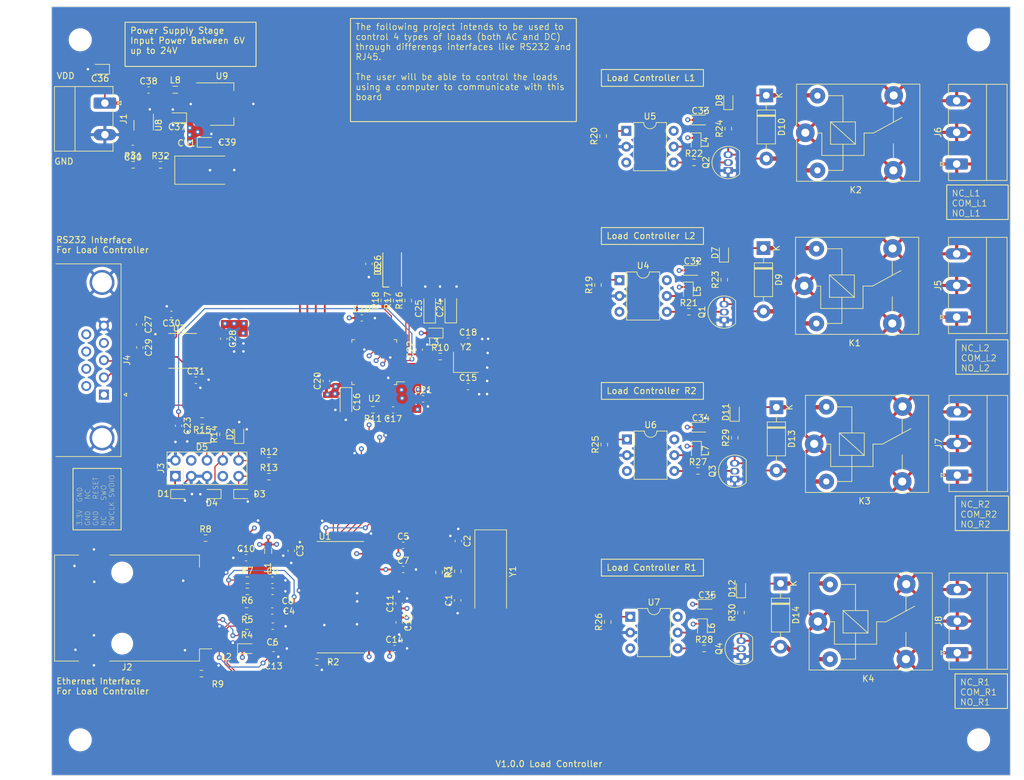
<source format=kicad_pcb>
(kicad_pcb (version 20221018) (generator pcbnew)
  (layers (0 "F.Cu" signal) (1 "In1.Cu" power) (2 "In2.Cu" power) (31 "B.Cu" signal) (34 "B.Paste" user) (35 "F.Paste" user) (36 "B.SilkS" user "B.Silkscreen") (37 "F.SilkS" user "F.Silkscreen") (38 "B.Mask" user) (39 "F.Mask" user) (44 "Edge.Cuts" user))
  (net 0 "")
  (net 1 "GND")
  (net 2 "/ETHController/OSC_IN_ETH")
  (net 3 "Net-(C2-Pad2)")
  (net 4 "Net-(U1-VCAP)")
  (net 5 "/ETHController/TCT")
  (net 6 "+3.3VADC")
  (net 7 "/ETHController/RCT")
  (net 8 "/MCU/OSC_IN")
  (net 9 "Net-(C18-Pad1)")
  (net 10 "Net-(U2-VDDA)")
  (net 11 "/MCU/NRST")
  (net 12 "Net-(U3-C1+)")
  (net 13 "Net-(U3-C1-)")
  (net 14 "Net-(U3-C2+)")
  (net 15 "Net-(U3-C2-)")
  (net 16 "Net-(U3-VS+)")
  (net 17 "Net-(U3-VS-)")
  (net 18 "+24V")
  (net 19 "+5V")
  (net 20 "Net-(U8-SW)")
  (net 21 "Net-(U8-BS)")
  (net 22 "Net-(U8-FB)")
  (net 23 "Net-(D6-BK)")
  (net 24 "Net-(D6-GK)")
  (net 25 "Net-(D6-RK)")
  (net 26 "Net-(D7-K)")
  (net 27 "Net-(D7-A)")
  (net 28 "Net-(D8-K)")
  (net 29 "Net-(D10-K)")
  (net 30 "Net-(D9-A)")
  (net 31 "Net-(D10-A)")
  (net 32 "Net-(D11-K)")
  (net 33 "Net-(D11-A)")
  (net 34 "Net-(D12-K)")
  (net 35 "Net-(D12-A)")
  (net 36 "Net-(D13-A)")
  (net 37 "Net-(D14-A)")
  (net 38 "Net-(J2-Pad2)")
  (net 39 "Net-(J2-Pad10)")
  (net 43 "/MCU/RS232_TX")
  (net 44 "/MCU/RS232_RX")
  (net 50 "/ACLoadControlStage/NC2")
  (net 51 "/ACLoadControlStage/C2")
  (net 52 "/ACLoadControlStage/NO2")
  (net 53 "/ACLoadControlStage/NC1")
  (net 54 "/ACLoadControlStage/C1")
  (net 55 "/ACLoadControlStage/NO1")
  (net 56 "/ACLoadControlStage/NC3")
  (net 57 "/ACLoadControlStage/C3")
  (net 58 "/ACLoadControlStage/NO3")
  (net 59 "/ACLoadControlStage/NC4")
  (net 60 "/ACLoadControlStage/C4")
  (net 61 "/ACLoadControlStage/NO4")
  (net 62 "Net-(Q1-B)")
  (net 63 "Net-(Q2-B)")
  (net 64 "Net-(Q3-B)")
  (net 65 "Net-(Q4-B)")
  (net 66 "Net-(U1-RBIAS)")
  (net 67 "/ETHController/OSC_OUT_ETH")
  (net 68 "/ETHController/LEDA")
  (net 69 "/ETHController/LEDB")
  (net 70 "/MCU/OSC_OUT")
  (net 71 "/MCU/BOOT0")
  (net 72 "/MCU/SWDIO")
  (net 73 "/MCU/SWCLK")
  (net 74 "/MCU/SWO")
  (net 75 "/MCU/TIM2_CH2")
  (net 76 "/MCU/TIM2_CH3")
  (net 77 "/MCU/TIM2_CH4")
  (net 78 "/ACLoadControlStage/CT_IN1_R")
  (net 79 "Net-(R19-Pad2)")
  (net 80 "/ACLoadControlStage/CT_IN2_R")
  (net 81 "Net-(R20-Pad2)")
  (net 82 "Net-(R21-Pad1)")
  (net 83 "Net-(R22-Pad1)")
  (net 84 "/ACLoadControlStage/CT_IN1_L")
  (net 85 "Net-(R25-Pad2)")
  (net 86 "/ACLoadControlStage/CT_IN2_L")
  (net 87 "Net-(R26-Pad2)")
  (net 88 "Net-(R27-Pad1)")
  (net 89 "Net-(R28-Pad1)")
  (net 91 "/ETHController/ETH_INT")
  (net 92 "/ETHController/ETH_MISO")
  (net 93 "/ETHController/ETH_MOSI")
  (net 94 "/ETHController/ETH_SCK")
  (net 95 "/ETHController/ETH_CS")
  (net 96 "/ETHController/ETH_RESET")
  (net 103 "/MCU/USART1_TX")
  (net 104 "/MCU/USART1_RX")
  (net 125 "/ETHController/TPOUTP")
  (net 126 "/ETHController/TPOUTN")
  (net 127 "/ETHController/TPINP")
  (net 128 "/ETHController/TPINN")
  (net 130 "/MCU/SWDIO_R")
  (net 131 "/MCU/SWCLK_R")
  (net 132 "/MCU/SWO_R")
  (net 133 "/MCU/NRST_R")
  (footprint "Diode_SMD:D_0603_1608Metric" (layer "F.Cu") (at 74.3 102.275 180)
    (fp_text reference "D5")
    (fp_text value "D_TVS")
  )
  (footprint "Resistor_SMD:R_0603_1608Metric" (layer "F.Cu") (at 81.605 126.895 180)
    (fp_text reference "R6")
    (fp_text value "49.9")
  )
  (footprint "Resistor_SMD:R_0603_1608Metric" (layer "F.Cu") (at 158.249999 76.804999 90)
    (fp_text reference "R23")
    (fp_text value "330")
  )
  (footprint "Capacitor_Tantalum_SMD:CP_EIA-1608-10_AVX-L" (layer "F.Cu") (at 154.4875 100.505)
    (fp_text reference "C34")
    (fp_text value "10u")
  )
  (footprint "Capacitor_SMD:C_0603_1608Metric" (layer "F.Cu") (at 106.65 123.37)
    (fp_text reference "C7")
    (fp_text value "100n")
  )
  (footprint "Capacitor_SMD:C_0603_1608Metric" (layer "F.Cu") (at 70.55 100.275 -90)
    (fp_text reference "C23")
    (fp_text value "100N")
  )
  (footprint "Capacitor_SMD:C_0603_1608Metric" (layer "F.Cu") (at 81.3875 121.475)
    (fp_text reference "C10")
    (fp_text value "100n")
  )
  (footprint "MountingHole:MountingHole_3.2mm_M3" (layer "F.Cu") (at 54.75 38.25)
    (fp_text reference "H1" hide)
    (fp_text value "MountingHole" hide)
  )
  (footprint "Diode_SMD:D_0603_1608Metric" (layer "F.Cu") (at 75.9 111.25 180)
    (fp_text reference "D4")
    (fp_text value "D_TVS")
  )
  (footprint "Diode_SMD:D_0603_1608Metric" (layer "F.Cu") (at 80.2875 101.63 90)
    (fp_text reference "D2")
    (fp_text value "D_TVS")
  )
  (footprint "Capacitor_SMD:C_0603_1608Metric" (layer "F.Cu") (at 63.2 55.7 180)
    (fp_text reference "C40")
    (fp_text value "22p")
  )
  (footprint "Capacitor_SMD:C_0603_1608Metric" (layer "F.Cu") (at 106.65 119.495)
    (fp_text reference "C5")
    (fp_text value "100n")
  )
  (footprint "Resistor_SMD:R_0603_1608Metric" (layer "F.Cu") (at 160.9425 130.295 90)
    (fp_text reference "R30")
    (fp_text value "330")
  )
  (footprint "Capacitor_Tantalum_SMD:CP_EIA-1608-10_AVX-L" (layer "F.Cu") (at 111.5425 85.375 180)
    (fp_text reference "L3")
    (fp_text value "10n")
  )
  (footprint "Capacitor_SMD:C_0603_1608Metric" (layer "F.Cu") (at 101.145 74.255 -90)
    (fp_text reference "C26")
    (fp_text value "100n")
  )
  (footprint "Package_DIP:DIP-6_W7.62mm" (layer "F.Cu") (at 141.399999 76.879999)
    (fp_text reference "U4")
    (fp_text value "4N25")
  )
  (footprint "Capacitor_SMD:C_0603_1608Metric" (layer "F.Cu") (at 85.605 130.045)
    (fp_text reference "C4")
    (fp_text value "10n")
  )
  (footprint "Capacitor_SMD:C_0603_1608Metric" (layer "F.Cu") (at 64.32 87.7 -90)
    (fp_text reference "C29")
    (fp_text value "100n")
  )
  (footprint "Resistor_SMD:R_0603_1608Metric" (layer "F.Cu") (at 77.6875 101.65 90)
    (fp_text reference "R14")
    (fp_text value "49R9")
  )
  (footprint "Resistor_SMD:R_0603_1608Metric" (layer "F.Cu") (at 137.95 77.65 90)
    (fp_text reference "R19")
    (fp_text value "470")
  )
  (footprint "Package_TO_SOT_SMD:SOT-223-3_TabPin2" (layer "F.Cu") (at 77.525 48.575)
    (fp_text reference "U9")
    (fp_text value "AP7361C-33E")
  )
  (footprint "Package_QFP:LQFP-48_7x7mm_P0.5mm" (layer "F.Cu") (at 102 90.05 180)
    (fp_text reference "U2")
    (fp_text value "STM32F100C4Tx")
  )
  (footprint "MountingHole:MountingHole_3.2mm_M3" (layer "F.Cu") (at 199.125 38.25)
    (fp_text reference "H2" hide)
    (fp_text value "MountingHole" hide)
  )
  (footprint "Resistor_SMD:R_0603_1608Metric" (layer "F.Cu") (at 139.525 131.8 90)
    (fp_text reference "R26")
    (fp_text value "470")
  )
  (footprint "Diode_THT:D_DO-41_SOD81_P10.16mm_Horizontal" (layer "F.Cu") (at 167.2925 125.62 -90)
    (fp_text reference "D14")
    (fp_text value "1N4007")
  )
  (footprint "Connector_PinHeader_2.54mm:PinHeader_2x05_P2.54mm_Vertical" (layer "F.Cu") (at 70.0375 108.375 90)
    (fp_text reference "J3")
    (fp_text value "Conn_02x05_Counter_Clockwise" hide)
  )
  (footprint "Crystal:Crystal_SMD_3225-4Pin_3.2x2.5mm" (layer "F.Cu") (at 116.73 90.05)
    (fp_text reference "Y2")
    (fp_text value "Crystal_GND23")
  )
  (footprint "Capacitor_Tantalum_SMD:CP_EIA-3216-12_Kemet-S" (layer "F.Cu") (at 114.305 81.425 90)
    (fp_text reference "C24")
    (fp_text value "1u")
  )
  (footprint "Package_DIP:DIP-6_W7.62mm" (layer "F.Cu") (at 143.1425 130.97)
    (fp_text reference "U7")
    (fp_text value "4N25")
  )
  (footprint "Capacitor_SMD:C_0603_1608Metric" (layer "F.Cu") (at 85.69 132.475)
    (fp_text reference "C6")
    (fp_text value "10n")
  )
  (footprint "Capacitor_SMD:C_0603_1608Metric" (layer "F.Cu") (at 85.805 136.07)
    (fp_text reference "C13")
    (fp_text value "100n")
  )
  (footprint "Resistor_SMD:R_0603_1608Metric" (layer "F.Cu") (at 74.225 140.1)
    (fp_text reference "R9")
    (fp_text value "330")
  )
  (footprint "Crystal:Crystal_SMD_HC49-SD" (layer "F.Cu") (at 120.7125 123.7 -90)
    (fp_text reference "Y1")
    (fp_text value "25MHz")
  )
  (footprint "Capacitor_Tantalum_SMD:CP_EIA-7343-15_Kemet-W" (layer "F.Cu") (at 74.35 59.2)
    (fp_text reference "C41")
    (fp_text value "22u")
  )
  (footprint "Connector_Phoenix_MC_HighVoltage:PhoenixContact_MC_1,5_3-G-5.08_1x03_P5.08mm_Horizontal" (layer "F.Cu") (at 195.5925 82.805 90)
    (fp_text reference "J5")
    (fp_text value "Conn_01x03_Pin" hide)
  )
  (footprint "Capacitor_SMD:C_0603_1608Metric" (layer "F.Cu") (at 105.975 128.85 90)
    (fp_text reference "C11")
    (fp_text value "100n")
  )
  (footprint "Diode_THT:D_DO-41_SOD81_P10.16mm_Horizontal" (layer "F.Cu") (at 166.625 97.3 -90)
    (fp_text reference "D13")
    (fp_text value "1N4007")
  )
  (footprint "Resistor_SMD:R_0603_1608Metric" (layer "F.Cu") (at 155.0175 136.07)
    (fp_text reference "R28")
    (fp_text value "220")
  )
  (footprint "Resistor_SMD:R_0603_1608Metric" (layer "F.Cu") (at 112.605 89.15)
    (fp_text reference "R10")
    (fp_text value "R")
  )
  (footprint "Resistor_SMD:R_0603_1608Metric" (layer "F.Cu") (at 158.9 52.53 90)
    (fp_text reference "R24")
    (fp_text value "330")
  )
  (footprint "Resistor_SMD:R_0603_1608Metric" (layer "F.Cu") (at 112.4125 123.825 -90)
    (fp_text reference "R3")
    (fp_text value "0")
  )
  (footprint "Capacitor_SMD:C_0603_1608Metric" (layer "F.Cu") (at 73.325 92.95)
    (fp_text reference "C31")
    (fp_text value "100n")
  )
  (footprint "Inductor_SMD:L_0805_2012Metric" (layer "F.Cu") (at 70.0125 46.275)
    (fp_text reference "L8")
    (fp_text value "6.8uH")
  )
  (footprint "Capacitor_Tantalum_SMD:CP_EIA-1608-10_AVX-L" (layer "F.Cu") (at 153.775 104.2925 -90)
    (fp_text reference "L7")
    (fp_text value "10u")
  )
  (footprint "Resistor_SMD:R_0603_1608Metric" (layer "F.Cu") (at 81.605 125.095 180)
    (fp_text reference "R7")
    (fp_text value "49.9")
  )
  (footprint "Capacitor_Tantalum_SMD:CP_EIA-3216-12_Kemet-S" (layer "F.Cu") (at 97.45 96.45 -90)
    (fp_text reference "C16")
    (fp_text value "20u")
  )
  (footprint "Package_DIP:DIP-6_W7.62mm" (layer "F.Cu") (at 142.605 102.465)
    (fp_text reference "U6")
    (fp_text value "4N25")
  )
  (footprint "Capacitor_SMD:C_0603_1608Metric" (layer "F.Cu") (at 94.3 93.075 90)
    (fp_text reference "C20")
    (fp_text value "100n")
  )
  (footprint "Resistor_SMD:R_0603_1608Metric" (layer "F.Cu") (at 85.0625 105.88)
    (fp_text reference "R12")
    (fp_text value "49R9")
  )
  (footprint "Diode_SMD:D_0603_1608Metric" (layer "F.Cu") (at 80.9 111.25)
    (fp_text reference "D3")
    (fp_text value "D_TVS")
  )
  (footprint "ETHControllerLib:SOP65P640X110-16N" (layer "F.Cu") (at 71.2075 88.23575)
    (fp_text reference "U3")
    (fp_text value "MAX3232")
  )
  (footprint "Resistor_SMD:R_0603_1608Metric" (layer "F.Cu") (at 74.875 118.325)
    (fp_text reference "R8")
    (fp_text value "330")
  )
  (footprint "Capacitor_Tantalum_SMD:CP_EIA-1608-10_AVX-L" (layer "F.Cu") (at 153.725 54.7175 -90)
    (fp_text reference "L4")
    (fp_text value "10u")
  )
  (footprint "Capacitor_SMD:C_0603_1608Metric" (layer "F.Cu") (at 106 131.875 -90)
    (fp_text reference "C12")
    (fp_text value "100n")
  )
  (footprint "Capacitor_SMD:C_0603_1608Metric" (layer "F.Cu") (at 85.63 125.095)
    (fp_text reference "C9")
    (fp_text value "10n")
  )
  (footprint "Capacitor_SMD:C_0603_1608Metric" (layer "F.Cu") (at 88.655 120.37 -90)
    (fp_text reference "C3")
    (fp_text value "10u")
  )
  (footprint "Resistor_SMD:R_0603_1608Metric" (layer "F.Cu") (at 159.925 102.205 90)
    (fp_text reference "R29")
    (fp_text value "330")
  )
  (footprint "Package_TO_SOT_THT:TO-92_Inline" (layer "F.Cu") (at 158.224999 83.274999 90)
    (fp_text reference "Q1")
    (fp_text value "2N3904")
  )
  (footprint "Capacitor_Tantalum_SMD:CP_EIA-3216-12_Kemet-S" (layer "F.Cu") (at 110.905 81.45 90)
    (fp_text reference "C25")
    (fp_text value "10u")
  )
  (footprint "Capacitor_SMD:C_0603_1608Metric" (layer "F.Cu") (at 69.395 82.375 180)
    (fp_text reference "C30")
    (fp_text value "100n")
  )
  (footprint "Package_DIP:DIP-6_W7.62mm" (layer "F.Cu") (at 142.5 52.88)
    (fp_text reference "U5")
    (fp_text value "4N25")
  )
  (footprint "LED_SMD:LED_0603_1608Metric" (layer "F.Cu") (at 159.925 98.0675 90)
    (fp_text reference "D11")
    (fp_text value "LED")
  )
  (footprint "Capacitor_SMD:C_0603_1608Metric" (layer "F.Cu") (at 100.005 82.95)
    (fp_text reference "C19")
    (fp_text value "100n")
  )
  (footprint "LED_SMD:LED_RGB_1210" (layer "F.Cu") (at 104.87 75.18 90)
    (fp_text reference "D6")
    (fp_text value "LED_BGRA")
  )
  (footprint "Resistor_SMD:R_0603_1608Metric" (layer "F.Cu") (at 115.4375 123.65 90)
    (fp_text reference "R1")
    (fp_text value "10M")
  )
  (footprint "Diode_THT:D_DO-41_SOD81_P10.16mm_Horizontal" (layer "F.Cu") (at 165 47.175 -90)
    (fp_text reference "D10")
    (fp_text value "1N4007")
  )
  (footprint "Capacitor_SMD:C_0603_1608Metric" (layer "F.Cu") (at 117.075 86.7)
    (fp_text reference "C18")
    (fp_text value "C")
  )
  (footprint "Capacitor_Tantalum_SMD:CP_EIA-1608-10_AVX-L" (layer "F.Cu") (at 70.3125 50.775 180)
    (fp_text reference "C37")
    (fp_text value "4.7u")
  )
  (footprint "Resistor_SMD:R_0603_1608Metric" (layer "F.Cu") (at 138.775 53.725 90)
    (fp_text reference "R20")
    (fp_text value "470")
  )
  (footprint "Resistor_SMD:R_0603_1608Metric" (layer "F.Cu") (at 63.25 58.35)
    (fp_text reference "R31")
    (fp_text value "40.2k")
  )
  (footprint "Relay_THT:Relay_SPDT_SANYOU_SRD_Series_Form_C" (layer "F.Cu") (at 173.2925 131.73)
    (fp_text reference "K4")
    (fp_text value "Relay_SPDT")
  )
  (footprint "Relay_THT:Relay_SPDT_SANYOU_SRD_Series_Form_C" (layer "F.Cu") (at 172.7 103.18)
    (fp_text reference "K3")
    (fp_text value "Relay_SPDT")
  )
  (footprint "Package_TO_SOT_THT:TO-92_Inline" (layer "F.Cu") (at 160.9675 137.36 90)
    (fp_text reference "Q4")
    (fp_text value "2N3904")
  )
  (footprint "Relay_THT:Relay_SPDT_SANYOU_SRD_Series_Form_C" (layer "F.Cu") (at 171.1 77.78)
    (fp_text reference "K1")
    (fp_text value "Relay_SPDT")
  )
  (footprint "Capacitor_SMD:C_0603_1608Metric" (layer "F.Cu") (at 115.5125 118.8 -90)
    (fp_text reference "C2")
    (fp_text value "20P")
  )
  (footprint "LED_SMD:LED_0603_1608Metric" (layer "F.Cu") (at 158.2 72.4875 90)
    (fp_text reference "D7")
    (fp_text value "LED")
  )
  (footprint "Capacitor_Tantalum_SMD:CP_EIA-1608-10_AVX-L" (layer "F.Cu") (at 75.0625 54.725)
    (fp_text reference "C39")
    (fp_text value "4.7u")
  )
  (footprint "Resistor_SMD:R_0603_1608Metric" (layer "F.Cu") (at 107.45 80.15 90)
    (fp_text reference "R16")
    (fp_text value "1k")
  )
  (footprint "Connector_Dsub:DSUB-9_Female_Horizontal_P2.77x2.84mm_EdgePinOffset4.94mm_Housed_MountingHolesOffset7.48mm" (layer "F.Cu") (at 58.550331 95.275 -90)
    (fp_text reference "J4")
    (fp_text value "DE9_Receptacle_MountingHoles")
  )
  (footprint "MountingHole:MountingHole_3.2mm_M3" (layer "F.Cu") (at 54.75 150.75)
    (fp_text reference "H3" hide)
    (fp_text value "MountingHole" hide)
  )
  (footprint "LED_SMD:LED_0603_1608Metric" (layer "F.Cu") (at 160.9425 126.4325 90)
    (fp_text reference "D12")
    (fp_text value "LED")
  )
  (footprint "Connector_Phoenix_MC_HighVoltage:PhoenixContact_MC_1,5_3-G-5.08_1x03_P5.08mm_Horizontal" (layer "F.Cu") (at 195.5925 58.205 90)
    (fp_text reference "J6")
    (fp_text value "Conn_01x03_Pin" hide)
  )
  (footprint "Capacitor_Tantalum_SMD:CP_EIA-1608-10_AVX-L" (layer "F.Cu") (at 153.187499 75.304999)
    (fp_text reference "C32")
    (fp_text value "10u")
  )
  (footprint "Resistor_SMD:R_0603_1608Metric" (layer "F.Cu") (at 81.4775 130.045 180)
    (fp_text reference "R5")
    (fp_text value "49.9")
  )
  (footprint "Resistor_SMD:R_0603_1608Metric" (layer "F.Cu") (at 81.5375 132.475 180)
    (fp_text reference "R4")
    (fp_text value "49.9")
  )
  (footprint "LED_SMD:LED_0603_1608Metric" (layer "F.Cu") (at 158.9 47.9875 90)
    (fp_text reference "D8")
    (fp_text value "LED")
  )
  (footprint "Capacitor_SMD:C_0603_1608Metric" (layer "F.Cu") (at 115.4125 128.325 90)
    (fp_text reference "C1")
    (fp_text value "20P")
  )
  (footprint "Connector_Phoenix_MC_HighVoltage:PhoenixContact_MC_1,5_3-G-5.08_1x03_P5.08mm_Horizontal" (layer "F.Cu") (at 195.6925 108.205 90)
    (fp_text reference "J7")
    (fp_text value "Conn_01x03_Pin" hide)
  )
  (footprint "Capacitor_Tantalum_SMD:CP_EIA-1608-10_AVX-L" (layer "F.Cu") (at 152.474999 78.692499 -90)
    (fp_text reference "L5")
    (fp_text value "10u")
  )
  (footprint "Resistor_SMD:R_0603_1608Metric" (layer "F.Cu") (at 105.6 80.15 90)
    (fp_text reference "R17")
    (fp_text value "1k")
  )
  (footprint "Package_TO_SOT_THT:TO-92_Inline" (layer "F.Cu") (at 158.875 59.245 90)
    (fp_text reference "Q2")
    (fp_text value "2N3904")
  )
  (footprint "Resistor_SMD:R_0603_1608Metric" (layer "F.Cu") (at 152.549999 81.954999)
    (fp_text reference "R21")
    (fp_text value "220")
  )
  (footprint "Connector_RJ:RJ45_Pulse_JXD6-0001NL_Horizontal" (layer "F.Cu") (at 62.2625 129.575 180)
    (fp_text reference "J2")
    (fp_text value "RJ45_Pulse_JXD6-0001NL" hide)
  )
  (footprint "Capacitor_Tantalum_SMD:CP_EIA-1608-10_AVX-L" (layer "F.Cu") (at 81.5425 136.095)
    (fp_text reference "L2")
    (fp_text value "10u")
  )
  (footprint "Connector_Phoenix_MC_HighVoltage:PhoenixContact_MC_1,5_2-G-5.08_1x02_P5.08mm_Horizontal" (layer "F.Cu") (at 58.7075 48.415 -90)
    (fp_text reference "J1")
    (fp_text value "Conn_01x02_Pin")
  )
  (footprint "Capacitor_SMD:C_0603_1608Metric" (layer "F.Cu") (at 64.27 84 -90)
    (fp_text reference "C27")
    (fp_text value "100n")
  )
  (footprint "Package_TO_SOT_THT:TO-92_Inline" (layer "F.Cu") (at 159.925 108.845 90)
    (fp_text reference "Q3")
    (fp_text value "2N3904")
  )
  (footprint "Resistor_SMD:R_0603_1608Metric" (layer "F.Cu") (at 153.375 57.955)
    (fp_text reference "R22")
    (fp_text value "220")
  )
  (footprint "Diode_SMD:D_0603_1608Metric" (layer "F.Cu") (at 70.775 111.25)
    (fp_text reference "D1")
    (fp_text value "D_TVS")
  )
  (footprint "Capacitor_Tantalum_SMD:CP_EIA-1608-10_AVX-L" (layer "F.Cu") (at 57.9375 42.975 180)
    (fp_text reference "C36")
    (fp_text value "10u")
  )
  (footprint "Resistor_SMD:R_0603_1608Metric" (layer "F.Cu") (at 154.025 107.53)
    (fp_text reference "R27")
    (fp_text value "220")
  )
  (footprint "Resistor_SMD:R_0603_1608Metric" (layer "F.Cu") (at 103.625 80.15 90)
    (fp_text reference "R18")
    (fp_text value "1k")
  )
  (footprint "ETHControllerLib:SOIC127P1030X265-28N" (layer "F.Cu") (at 96.55 127.825)
    (fp_text reference "U1")
    (fp_text value "ENC28J60")
  )
  (footprint "MountingHole:MountingHole_3.2mm_M3" (layer "F.Cu") (at 199.125 150.75)
    (fp_text reference "H4" hide)
    (fp_text value "MountingHole" hide)
  )
  (footprint "Capacitor_SMD:C_0603_1608Metric" (layer "F.Cu") (at 77.825 86.3 -90)
    (fp_text reference "C28")
    (fp_text value "100n")
  )
  (footprint "Connector_Phoenix_MC_HighVoltage:PhoenixContact_MC_1,5_3-G-5.08_1x03_P5.08mm_Horizontal" (layer "F.Cu") (at 195.6925 136.755 90)
    (fp_text reference "J8")
    (fp_text value "Conn_01x03_Pin" hide)
  )
  (footprint "Capacitor_SMD:C_0603_1608Metric" (layer "F.Cu") (at 109.85 95.95)
    (fp_text reference "C21")
    (fp_text value "100n")
  )
  (footprint "Capacitor_SMD:C_0603_1608Metric" (layer "F.Cu") (at 105.255 136.07)
    (fp_text reference "C14")
    (fp_text value "100n")
  )
  (footprint "Capacitor_SMD:C_0603_1608Metric" (layer "F.Cu") (at 85.655 126.895)
    (fp_text reference "C8")
    (fp_text value "10n")
  )
  (footprint "Diode_THT:D_DO-41_SOD81_P10.16mm_Horizontal" (layer "F.Cu") (at 164.55 71.725 -90)
    (fp_text reference "D9")
    (fp_text value "1N4007")
  )
  (footprint "Inductor_SMD:L_0805_2012Metric" (layer "F.Cu") (at 84.95 120.4125 -90)
    (fp_text reference "L1")
    (fp_text value "NC")
  )
  (footprint "Relay_THT:Relay_SPDT_SANYOU_SRD_Series_Form_C" (layer "F.Cu") (at 171.275 53.18)
    (fp_text reference "K2")
    (fp_text value "Relay_SPDT")
  )
  (footprint "Resistor_SMD:R_0603_1608Metric" (layer "F.Cu") (at 92.775 138.25)
    (fp_text reference "R2")
    (fp_text value "2.32k")
  )
  (footprint "Resistor_SMD:R_0603_1608Metric" (layer "F.Cu") (at 85.0625 108.45)
    (fp_text reference "R13")
    (fp_text value "49R9")
  )
  (footprint "Resistor_SMD:R_0603_1608Metric" (layer "F.Cu") (at 138.975 103.3 90)
    (fp_text reference "R25")
    (fp_text value "470")
  )
  (footprint "Capacitor_Tantalum_SMD:CP_EIA-1608-10_AVX-L" (layer "F.Cu") (at 154.7425 132.8075 -90)
    (fp_text reference "L6")
    (fp_text value "10u")
  )
  (footprint "Resistor_SMD:R_0603_1608Metric" (layer "F.Cu") (at 74.3375 99.505 180)
    (fp_text reference "R15")
    (fp_text value "49R9")
  )
  (footprint "Capacitor_Tantalum_SMD:CP_EIA-1608-10_AVX-L" (layer "F.Cu") (at 155.505 128.97)
    (fp_text reference "C35")
    (fp_text value "10u")
  )
  (footprint "Resistor_SMD:R_0603_1608Metric" (layer "F.Cu") (at 67.65 58.35)
    (fp_text reference "R32")
    (fp_text value "7.68k")
  )
  (footprint "Capacitor_SMD:C_0603_1608Metric" (layer "F.Cu") (at 65.725 46.325)
    (fp_text reference "C38")
    (fp_text value "100n")
  )
  (footprint "Package_TO_SOT_SMD:SOT-23-6" (layer "F.Cu") (at 64.9375 51.98 -90)
    (fp_text reference "U8")
    (fp_text value "DIO6970")
  )
  (footprint "Capacitor_SMD:C_0603_1608Metric" (layer "F.Cu") (at 109.225 88.05 90)
    (fp_text reference "C22")
    (fp_text value "10n")
  )
  (footprint "Capacitor_Tantalum_SMD:CP_EIA-1608-10_AVX-L" (layer "F.Cu") (at 154.4375 51.13)
    (fp_text reference "C33")
    (fp_text value "10u")
  )
  (footprint "Capacitor_SMD:C_0603_1608Metric" (layer "F.Cu") (at 117.075 93.975)
    (fp_text reference "C15")
    (fp_text value "C")
  )
  (footprint "Capacitor_SMD:C_0603_1608Metric" (layer "F.Cu") (at 105.025 97.725 180)
    (fp_text reference "C17")
    (fp_text value "100n")
  )
  (footprint "Resistor_SMD:R_0603_1608Metric" (layer "F.Cu") (at 101.78 97.7 180)
    (fp_text reference "R11")
    (fp_text value "10K")
  )
  (gr_rect (start 50.15 32.93) (end 204.225 156.455) (stroke (width 0.1)) (fill none) (layer "Edge.Cuts"))
  (gr_text "RS232 Interface \nFor Load Controller" (at 50.8 72.6) (layer "F.SilkS") (effects (font (size 1 1)) (justify left bottom)))
  (gr_text "Ethernet Interface \nFor Load Controller" (at 50.825 143.525) (layer "F.SilkS") (effects (font (size 1 1)) (justify left bottom)))
  (gr_text "V1.0.0 Load Controller" (at 121.4 155.2) (layer "F.SilkS") (effects (font (size 1 1)) (justify left bottom)))
  (gr_text "VDD" (at 50.875 44.625) (layer "F.SilkS") (effects (font (size 1 1)) (justify left bottom)))
  (gr_text "GND" (at 50.5 58.375) (layer "F.SilkS") (effects (font (size 1 1)) (justify left bottom)))
  (gr_text_box "Load Controller L1" (start 138.5 43.025) (end 154.9 45.725) (layer "F.SilkS") (effects (font (size 1 1)) (justify left top)) (stroke (width 0.15)))
  (gr_text_box "Load Controller R2" (start 138.5 93.325) (end 154.9 96.025) (layer "F.SilkS") (effects (font (size 1 1)) (justify left top)) (stroke (width 0.15)))
  (gr_text_box "NC_R1\nCOM_R1 \nNO_R1 " (start 195.3375 140.15) (end 203.7625 145.7) (layer "F.SilkS") (effects (font (size 1 1) (thickness 0.11)) (justify left top)) (stroke (width 0.15)))
  (gr_text_box "NC_L2\nCOM_L2 \nNO_L2" (start 195.475 86.45) (end 203.825 92) (layer "F.SilkS") (effects (font (size 1 1) (thickness 0.11)) (justify left top)) (stroke (width 0.15)))
  (gr_text_box "The following project intends to be used to control 4 types of loads (both AC and DC)  through differengs interfaces like RS232 and RJ45.\n\nThe user will be able to control the loads using a computer to communicate with this board" (start 98.175 34.825) (end 134.475 51.4) (layer "F.SilkS") (effects (font (size 1 1) (thickness 0.12)) (justify left top)) (stroke (width 0.15)))
  (gr_text_box "Power Supply Stage \nInput Power Between 6V up to 24V" (start 61.95 35.425) (end 83 42.525) (layer "F.SilkS") (effects (font (size 1 1)) (justify left top)) (stroke (width 0.15)))
  (gr_text_box "NC_R2\nCOM_R2 \nNO_R2" (start 195.375 111.575) (end 203.925 117.125) (layer "F.SilkS") (effects (font (size 1 1) (thickness 0.11)) (justify left top)) (stroke (width 0.15)))
  (gr_text_box "Load Controller R1" (start 138.5 121.725) (end 154.9 124.425) (layer "F.SilkS") (effects (font (size 1 1)) (justify left top)) (stroke (width 0.15)))
  (gr_text_box "NC_L1\nCOM_L1 \nNO_L1" (start 194 61.575) (end 203.875 67.125) (layer "F.SilkS") (effects (font (size 1 1) (thickness 0.11)) (justify left top)) (stroke (width 0.15)))
  (gr_text_box "Load Controller L2" (start 138.5 68.425) (end 154.9 71.125) (layer "F.SilkS") (effects (font (size 1 1)) (justify left top)) (stroke (width 0.15)))
  (gr_text_box "3.3V  GND\nGND   NC\nGND   RESET\nNC    SWO\nSWCLK SWDIO" (start 53.5875 117) (end 61.3125 107.125) (angle 90) (layer "F.SilkS") (effects (font (size 0.8 0.8) (thickness 0.05)) (justify left top)) (stroke (width 0.15)))
  (segment (start 93.075 92.3) (end 93.025 92.25) (width 0.25) (layer "F.Cu") (net 1))
  (segment (start 97.45 97.8) (end 97.375 97.725) (width 0.25) (layer "F.Cu") (net 1))
  (segment (start 102.63 97.725) (end 104.25 97.725) (width 0.25) (layer "F.Cu") (net 1))
  (segment (start 105.975 128.075) (end 105.975 126.925) (width 0.25) (layer "F.Cu") (net 1))
  (segment (start 80.2875 100.8425) (end 80.2875 99.6875) (width 0.25) (layer "F.Cu") (net 1))
  (segment (start 56.9875 133.9875) (end 56.95 133.95) (width 0.25) (layer "F.Cu") (net 1))
  (segment (start 86.385 130.05) (end 87.575 130.05) (width 0.25) (layer "F.Cu") (net 1))
  (segment (start 53.83 122.805) (end 53.825 122.8) (width 0.25) (layer "F.Cu") (net 1))
  (segment (start 74.1 94.125) (end 74.05 94.175) (width 0.25) (layer "F.Cu") (net 1))
  (segment (start 87.705 126.895) (end 87.725 126.875) (width 0.25) (layer "F.Cu") (net 1))
  (segment (start 110.625 95.95) (end 110.625 94.775) (width 0.25) (layer "F.Cu") (net 1))
  (segment (start 105.975 128.075) (end 107.225 128.075) (width 0.25) (layer "F.Cu") (net 1))
  (segment (start 102.605 97.7) (end 102.63 97.725) (width 0.25) (layer "F.Cu") (net 1))
  (segment (start 115.4125 129.1) (end 114.2 129.1) (width 0.25) (layer "F.Cu") (net 1))
  (segment (start 103.675 128.075) (end 103.29 128.46) (width 0.25) (layer "F.Cu") (net 1))
  (segment (start 86.465 132.475) (end 87.725 132.475) (width 0.25) (layer "F.Cu") (net 1))
  (segment (start 82.85 111.25) (end 82.9 111.3) (width 0.25) (layer "F.Cu") (net 1))
  (segment (start 81.6875 111.25) (end 81.6875 112.4375) (width 0.25) (layer "F.Cu") (net 1))
  (segment (start 110.475 87.275) (end 110.525 87.225) (width 0.25) (layer "F.Cu") (net 1))
  (segment (start 106 132.65) (end 106 133.825) (width 0.25) (layer "F.Cu") (net 1))
  (segment (start 75.1125 112.4625) (end 75.125 112.475) (width 0.25) (layer "F.Cu") (net 1))
  (segment (start 56.9875 138.7375) (end 56.95 138.775) (width 0.25) (layer "F.Cu") (net 1))
  (segment (start 93.945 132.27) (end 93.975 132.3) (width 0.25) (layer "F.Cu") (net 1))
  (segment (start 75.1125 111.25) (end 75.1125 112.4625) (width 0.25) (layer "F.Cu") (net 1))
  (segment (start 86.58 136.07) (end 86.585 136.075) (width 0.25) (layer "F.Cu") (net 1))
  (segment (start 56.9875 125.3375) (end 57 125.35) (width 0.25) (layer "F.Cu") (net 1))
  (segment (start 103.29 128.46) (end 101.155 128.46) (width 0.25) (layer "F.Cu") (net 1))
  (segment (start 74.1375 135.29) (end 72.21 135.29) (width 0.25) (layer "F.Cu") (net 1))
  (segment (start 71.5625 111.25) (end 72.7 111.25) (width 0.25) (layer "F.Cu") (net 1))
  (segment (start 71.575 135.925) (end 71.575 136.35) (width 0.25) (layer "F.Cu") (net 1))
  (segment (start 115.4125 130.3875) (end 115.4 130.4) (width 0.25) (layer "F.Cu") (net 1))
  (segment (start 94.3 92.3) (end 93.075 92.3) (width 0.25) (layer "F.Cu") (net 1))
  (segment (start 86.405 125.095) (end 86.405 126.87) (width 0.25) (layer "F.Cu") (net 1))
  (segment (start 68.62 81.105) (end 68.65 81.075) (width 0.25) (layer "F.Cu") (net 1))
  (segment (start 75.1125 108.38) (end 75.1175 108.375) (width 0.25) (layer "F.Cu") (net 1))
  (segment (start 56.9875 122.805) (end 56.9875 120.1875) (width 0.25) (layer "F.Cu") (net 1))
  (segment (start 94.725 138.25) (end 94.75 138.225) (width 0.25) (layer "F.Cu") (net 1))
  (segment (start 68.475 58.35) (end 68.475 57.15) (width 0.25) (layer "F.Cu") (net 1))
  (segment (start 101.155 127.19) (end 99.26 127.19) (width 0.25) (layer "F.Cu") (net 1))
  (segment (start 114.2 129.1) (end 114.15 129.05) (width 0.25) (layer "F.Cu") (net 1))
  (segment (start 81.6875 111.25) (end 82.85 111.25) (width 0.25) (layer "F.Cu") (net 1))
  (segment (start 74.075 111.25) (end 74.05 111.275) (width 0.25) (layer "F.Cu") (net 1))
  (segment (start 74.375 48.575) (end 80.675 48.575) (width 0.25) (layer "F.Cu") (net 1))
  (segment (start 115.5125 118.025) (end 115.5125 116.8625) (width 0.25) (layer "F.Cu") (net 1))
  (segment (start 57.225 42.975) (end 55.975 42.975) (width 0.25) (layer "F.Cu") (net 1))
  (segment (start 101.155 132.27) (end 99.32 132.27) (width 0.25) (layer "F.Cu") (net 1))
  (segment (start 69.6 50.775) (end 69.6 49.475) (width 0.25) (layer "F.Cu") (net 1))
  (segment (start 56.9875 122.805) (end 53.83 122.805) (width 0.25) (layer "F.Cu") (net 1))
  (segment (start 99.26 127.19) (end 99.25 127.2) (width 0.25) (layer "F.Cu") (net 1))
  (segment (start 106.05 136.05) (end 106.05 134.875) (width 0.25) (layer "F.Cu") (net 1))
  (segment (start 80.6125 120.3375) (end 80.6125 121.475) (width 0.25) (layer "F.Cu") (net 1))
  (segment (start 104.25 99.025) (end 104.225 99.05) (width 0.25) (layer "F.Cu") (net 1))
  (segment (start 75.1125 111.25) (end 75.1125 108.38) (width 0.25) (layer "F.Cu") (net 1))
  (segment (start 88.655 122.32) (end 88.65 122.325) (width 0.25) (layer "F.Cu") (net 1))
  (segment (start 107.425 119.495) (end 107.425 118.3) (width 0.25) (layer "F.Cu") (net 1))
  (segment (start 69.6 50.775) (end 69.6 51.875) (width 0.25) (layer "F.Cu") (net 1))
  (segment (start 65.8875 49.4625) (end 65.925 49.425) (width 0.25) (layer "F.Cu") (net 1))
  (segment (start 71.775 135.725) (end 71.575 135.925) (width 0.25) (layer "F.Cu") (net 1))
  (segment (start 81.4925 100.8425) (end 81.5 100.85) (width 0.25) (layer "F.Cu") (net 1))
  (segment (start 70.0375 102.8875) (end 70.05 102.875) (width 0.25) (layer "F.Cu") (net 1))
  (segment (start 106 132.65) (end 107.15 132.65) (width 0.25) (layer "F.Cu") (net 1))
  (segment (start 104.17 132.27) (end 101.155 132.27) (width 0.25) (layer "F.Cu") (net 1))
  (segment (start 71.5625 111.25) (end 71.5625 112.2875) (width 0.25) (layer "F.Cu") (net 1))
  (segment (start 90.41 120.84) (end 90.105 121.145) (width 0.25) (layer "F.Cu") (net 1))
  (segment (start 71.5625 111.25) (end 71.5625 109.39) (width 0.25) (layer "F.Cu") (net 1))
  (segment (start 80.6125 121.475) (end 79.375 121.475) (width 0.25) (layer "F.Cu") (net 1))
  (segment (start 77.4625 59.2) (end 75.6 59.2) (width 0.25) (layer "F.Cu") (net 1))
  (segment (start 107.225 128.075) (end 107.275 128.025) (width 0.25) (layer "F.Cu") (net 1))
  (segment (start 74.375 48.575) (end 72.5 48.575) (width 0.25) (layer "F.Cu") (net 1))
  (segment (start 100.78 82.95) (end 102.075 82.95) (width 0.25) (layer "F.Cu") (net 1))
  (segment (start 56.9875 122.805) (end 56.9875 125.3375) (width 0.25) (layer "F.Cu") (net 1))
  (segment (start 91.945 120.84) (end 90.41 120.84) (width 0.25) (layer "F.Cu") (net 1))
  (segment (start 56.9875 136.345) (end 54.045 136.345) (width 0.25) (layer "F.Cu") (net 1))
  (segment (start 56.9875 120.1875) (end 56.95 120.15) (width 0.25) (layer "F.Cu") (net 1))
  (segment (start 107.15 132.65) (end 107.175 132.625) (width 0.25) (layer "F.Cu") (net 1))
  (segment (start 79.475 59.2) (end 79.5 59.175) (width 0.25) (layer "F.Cu") (net 1))
  (segment (start 75.775 54.725) (end 75.775 53.425) (width 0.25) (layer "F.Cu") (net 1))
  (segment (start 71.5625 112.2875) (end 71.575 112.3) (width 0.25) (layer "F.Cu") (net 1))
  (segment (start 87.725 132.475) (end 87.75 132.5) (width 0.25) (layer "F.Cu") (net 1))
  (segment (start 80.2875 99.6875) (end 80.3 99.675) (width 0.25) (layer "F.Cu") (net 1))
  (segment (start 81.6875 112.4375) (end 81.675 112.45) (width 0.25) (layer "F.Cu") (net 1))
  (segment (start 77.125 54.725) (end 77.15 54.7) (width 0.25) (layer "F.Cu") (net 1))
  (segment (start 106.03 136.07) (end 106.05 136.05) (width 0.25) (layer "F.Cu") (net 1))
  (segment (start 69.6 51.875) (end 69.675 51.95) (width 0.25) (layer "F.Cu") (net 1))
  (segment (start 114.275 118.025) (end 114.225 117.975) (width 0.25) (layer "F.Cu") (net 1))
  (segment (start 90.105 121.145) (end 88.655 121.145) (width 0.25) (layer "F.Cu") (net 1))
  (segment (start 75.1125 111.25) (end 74.075 111.25) (width 0.25) (layer "F.Cu") (net 1))
  (segment (start 153.899999 75.304999) (end 153.899999 73.800001) (width 0.3) (layer "F.Cu") (net 1))
  (segment (start 104.55 132.65) (end 104.17 132.27) (width 0.25) (layer "F.Cu") (net 1))
  (segment (start 87.695 125.095) (end 87.725 125.125) (width 0.25) (layer "F.Cu") (net 1))
  (segment (start 101.145 75.03) (end 101.145 76.355) (width 0.25) (layer "F.Cu") (net 1))
  (segment (start 74.1375 125.13) (end 71.345 125.13) (width 0.25) (layer "F.Cu") (net 1))
  (segment (start 105.975 128.075) (end 103.675 128.075) (width 0.25) (layer "F.Cu") (net 1))
  (segment (start 97.45 99.3) (end 97.425 99.325) (width 0.25) (layer "F.Cu") (net 1))
  (segment (start 99.75 84.575) (end 100.78 83.545) (width 0.25) (layer "F.Cu") (net 1))
  (segment (start 91.945 132.27) (end 93.945 132.27) (width 0.25) (layer "F.Cu") (net 1))
  (segment (start 97.375 97.725) (end 95.75 97.725) (width 0.25) (layer "F.Cu") (net 1))
  (segment (start 82.55 48.575) (end 82.575 48.55) (width 0.25) (layer "F.Cu") (net 1))
  (segment (start 80.675 48.575) (end 82.55 48.575) (width 0.25) (layer "F.Cu") (net 1))
  (segment (start 156.2175 128.97) (end 156.2175 127.5075) (width 0.3) (layer "F.Cu") (net 1))
  (segment (start 101.145 76.355) (end 101.125 76.375) (width 0.25) (layer "F.Cu") (net 1))
  (segment (start 153.899999 73.800001) (end 153.9 73.8) (width 0.3) (layer "F.Cu") (net 1))
  (segment (start 86.465 130.13) (end 86.465 132.475) (width 0.25) (layer "F.Cu") (net 1))
  (segment (start 104.25 94.2125) (end 104.25 92.575) (width 0.25) (layer "F.Cu") (net 1))
  (segment (start 75.3 92.95) (end 75.375 92.875) (width 0.25) (layer "F.Cu") (net 1))
  (segment (start 104.25 97.725) (end 104.25 94.2125) (width 0.25) (layer "F.Cu") (net 1))
  (segment (start 86.43 126.895) (end 87.705 126.895) (width 0.25) (layer "F.Cu") (net 1))
  (segment (start 107.425 123.37) (end 108.695 123.37) (width 0.25) (layer "F.Cu") (net 1))
  (segment (start 70.0375 105.835) (end 70.0375 102.8875) (width 0.25) (layer "F.Cu") (net 1))
  (segment (start 99.75 85.8875) (end 99.75 84.575) (width 0.25) (layer "F.Cu") (net 1))
  (segment (start 155.2 100.505) (end 155.2 99.075) (width 0.3) (layer "F.Cu") (net 1))
  (segment (start 101.155 128.46) (end 99.29 128.46) (width 0.25) (layer "F.Cu") (net 1))
  (segment (start 102.75 97.555) (end 102.605 97.7) (width 0.25) (layer "F.Cu") (net 1))
  (segment (start 155.2 99.075) (end 155.175 99.05) (width 0.3) (layer "F.Cu") (net 1))
  (segment (start 102.075 82.95) (end 102.1 82.975) (width 0.25) (layer "F.Cu") (net 1))
  (segment (start 106.1625 89.3) (end 104.575 89.3) (width 0.25) (layer "F.Cu") (net 1))
  (segment (start 76.05 87.075) (end 77.825 87.075) (width 0.25) (layer "F.Cu") (net 1))
  (segment (start 86.585 136.075) (end 87.95 136.075) (width 0.25) (layer "F.Cu") (net 1))
  (segment (start 79.375 121.475) (end 79.35 121.5) (width 0.25) (layer "F.Cu") (net 1))
  (segment (start 75.775 54.725) (end 77.125 54.725) (width 0.25) (layer "F.Cu") (net 1))
  (segment (start 56.9875 136.345) (end 56.9875 138.7375) (width 0.25) (layer "F.Cu") (net 1))
  (segment (start 106 132.65) (end 104.55 132.65) (width 0.25) (layer "F.Cu") (net 1))
  (segment (start 80.2875 100.8425) (end 81.4925 100.8425) (width 0.25) (layer "F.Cu") (net 1))
  (segment (start 99.29 128.46) (end 99.25 128.5) (width 0.25) (layer "F.Cu") (net 1))
  (segment (start 72.21 135.29) (end 71.775 135.725) (width 0.25) (layer "F.Cu") (net 1))
  (segment (start 71.5625 109.39) (end 72.5775 108.375) (width 0.25) (layer "F.Cu") (net 1))
  (segment (start 106.05 136.05) (end 107.275 136.05) (width 0.25) (layer "F.Cu") (net 1))
  (segment (start 77.4625 59.2) (end 79.475 59.2) (width 0.25) (layer "F.Cu") (net 1))
  (segment (start 65.8875 50.8425) (end 65.8875 49.4625) (width 0.25) (layer "F.Cu") (net 1))
  (segment (start 71.345 125.13) (end 71.3 125.175) (width 0.25) (layer "F.Cu") (net 1))
  (segment (start 109.225 87.275) (end 110.475 87.275) (width 0.25) (layer "F.Cu") (net 1))
  (segment (start 93.6 139.475) (end 93.575 139.5) (width 0.25) (layer "F.Cu") (net 1))
  (segment (start 108.695 123.37) (end 108.7 123.375) (width 0.25) (layer "F.Cu") (net 1))
  (segment (start 93.6 138.25) (end 93.6 139.475) (width 0.25) (layer "F.Cu") (net 1))
  (segment (start 156.2175 127.5075) (end 156.225 127.5) (width 0.3) (layer "F.Cu") (net 1))
  (segment (start 86.405 125.095) (end 87.695 125.095) (width 0.25) (layer "F.Cu") (net 1))
  (segment (start 110.625 94.775) (end 110.6 94.75) (width 0.25) (layer "F.Cu") (net 1))
  (segment (start 115.5125 116.8625) (end 115.5 116.85) (width 0.25) (layer "F.Cu") (net 1))
  (segment (start 86.38 130.045) (end 86.465 130.13) (width 0.25) (layer "F.Cu") (net 1))
  (segment (start 69.6 49.475) (end 69.625 49.45) (width 0.25) (layer "F.Cu") (net 1))
  (segment (start 99.32 132.27) (end 99.225 132.175) (width 0.25) (layer "F.Cu") (net 1))
  (segment (start 155.15 51.13) (end 155.15 49.65) (width 0.3) (layer "F.Cu") (net 1))
  (segment (start 93.6 138.25) (end 94.725 138.25) (width 0.25) (layer "F.Cu") (net 1))
  (segment (start 74.1 92.95) (end 75.3 92.95) (width 0.25) (layer "F.Cu") (net 1))
  (segment (start 86.405 126.87) (end 86.43 126.895) (width 0.25) (layer "F.Cu") (net 1))
  (segment (start 97.8375 92.3) (end 94.3 92.3) (width 0.25) (layer "F.Cu") (net 1))
  (segment (start 104.25 97.725) (end 104.25 99.025) (width 0.25) (layer "F.Cu") (net 1))
  (segment (start 115.4125 129.1) (end 115.4125 130.3875) (width 0.25) (layer "F.Cu") (net 1))
  (segment (start 97.45 97.8) (end 97.45 99.3) (width 0.25) (layer "F.Cu") (net 1))
  (segment (start 86.38 130.045) (end 86.385 130.05) (width 0.25) (layer "F.Cu") (net 1))
  (segment (start 86.58 136.07) (end 86.58 137.395) (width 0.25) (layer "F.Cu") (net 1))
  (segment (start 68.62 82.375) (end 68.62 81.105) (width 0.25) (layer "F.Cu") (net 1))
  (segment (start 74.1 92.95) (end 74.1 94.125) (width 0.25) (layer "F.Cu") (net 1))
  (segment (start 88.655 121.145) (end 88.655 122.32) (width 0.25) (layer "F.Cu") (net 1))
  (segment (start 86.58 137.395) (end 86.575 137.4) (width 0.25) (layer "F.Cu") (net 1))
  (segment (start 88.655 121.145) (end 87.38 121.145) (width 0.25) (layer "F.Cu") (net 1))
  (segment (start 75.58575 86.61075) (end 76.05 87.075) (width 0.25) (layer "F.Cu") (net 1))
  (segment (start 110.625 95.95) (end 110.625 97.175) (width 0.25) (layer "F.Cu") (net 1))
  (segment (start 56.9875 136.345) (end 56.9875 133.9875) (width 0.25) (layer "F.Cu") (net 1))
  (segment (start 54.045 136.345) (end 53.975 136.275) (width 0.25) (layer "F.Cu") (net 1))
  (segment (start 75.775 53.425) (end 75.825 53.375) (width 0.25) (layer "F.Cu") (net 1))
  (segment (start 115.5125 118.025) (end 114.275 118.025) (width 0.25) (layer "F.Cu") (net 1))
  (segment (start 87.38 121.145) (end 87.375 121.15) (width 0.25) (layer "F.Cu") (net 1))
  (segment (start 74.0925 86.61075) (end 75.58575 86.61075) (width 0.25) (layer "F.Cu") (net 1))
  (segment (start 80.625 120.325) (end 80.6125 120.3375) (width 0.25) (layer "F.Cu") (net 1))
  (segment (start 100.78 83.545) (end 100.78 82.95) (width 0.25) (layer "F.Cu") (net 1))
  (via (at 112.575 80.025) (size 0.8) (drill 0.4) (layers "F.Cu" "B.Cu") (net 1))
  (via (at 118.85 95.2) (size 0.8) (drill 0.4) (layers "F.Cu" "B.Cu") (net 1))
  (via (at 87.95 136.075) (size 0.8) (drill 0.4) (layers "F.Cu" "B.Cu") (net 1))
  (via (at 155.175 99.05) (size 0.8) (drill 0.4) (layers "F.Cu" "B.Cu") (net 1))
  (via (at 55.975 42.975) (size 0.8) (drill 0.4) (layers "F.Cu" "B.Cu") (net 1))
  (via (at 80.625 120.325) (size 0.8) (drill 0.4) (layers "F.Cu" "B.Cu") (net 1))
  (via (at 68.475 57.15) (size 0.8) (drill 0.4) (layers "F.Cu" "B.Cu") (net 1))
  (via (at 115.5 116.85) (size 0.8) (drill 0.4) (layers "F.Cu" "B.Cu") (net 1))
  (via (at 77.125 132.5) (size 0.8) (drill 0.4) (layers "F.Cu" "B.Cu") (net 1))
  (via (at 80.3 99.675) (size 0.8) (drill 0.4) (layers "F.Cu" "B.Cu") (net 1))
  (via (at 87.575 130.05) (size 0.8) (drill 0.4) (layers "F.Cu" "B.Cu") (net 1))
  (via (at 72.025 101.225) (size 0.8) (drill 0.4) (layers "F.Cu" "B.Cu") (net 1))
  (via (at 93.975 132.3) (size 0.8) (drill 0.4) (layers "F.Cu" "B.Cu") (net 1))
  (via (at 106.05 134.875) (size 0.8) (drill 0.4) (layers "F.Cu" "B.Cu") (net 1))
  (via (at 110.525 87.225) (size 0.8) (drill 0.4) (layers "F.Cu" "B.Cu") (net 1))
  (via (at 120.15 90.925) (size 0.8) (drill 0.4) (layers "F.Cu" "B.Cu") (net 1))
  (via (at 99.25 127.2) (size 0.8) (drill 0.4) (layers "F.Cu" "B.Cu") (net 1))
  (via (at 105.975 126.925) (size 0.8) (drill 0.4) (layers "F.Cu" "B.Cu") (net 1))
  (via (at 75.825 53.375) (size 0.8) (drill 0.4) (layers "F.Cu" "B.Cu") (net 1))
  (via (at 104.575 89.3) (size 0.8) (drill 0.4) (layers "F.Cu" "B.Cu") (net 1))
  (via (at 53.975 136.275) (size 0.8) (drill 0.4) (layers "F.Cu" "B.Cu") (net 1))
  (via (at 82.9 111.3) (size 0.8) (drill 0.4) (layers "F.Cu" "B.Cu") (net 1))
  (via (at 87.725 125.125) (size 0.8) (drill 0.4) (layers "F.Cu" "B.Cu") (net 1))
  (via (at 71.3 125.175) (size 0.8) (drill 0.4) (layers "F.Cu" "B.Cu") (net 1))
  (via (at 103.85 101.8) (size 0.8) (drill 0.4) (layers "F.Cu" "B.Cu") (net 1))
  (via (at 81.675 112.45) (size 0.8) (drill 0.4) (layers "F.Cu" "B.Cu") (net 1))
  (via (at 102.1 82.975) (size 0.8) (drill 0.4) (layers "F.Cu" "B.Cu") (net 1))
  (via (at 75.375 92.875) (size 0.8) (drill 0.4) (layers "F.Cu" "B.Cu") (net 1))
  (via (at 155.15 49.65) (size 0.8) (drill 0.4) (layers "F.Cu" "B.Cu") (net 1))
  (via (at 72.7 111.25) (size 0.8) (drill 0.4) (layers "F.Cu" "B.Cu") (net 1))
  (via (at 53.825 122.8) (size 0.8) (drill 0.4) (layers "F.Cu" "B.Cu") (net 1))
  (via (at 88.65 122.325) (size 0.8) (drill 0.4) (layers "F.Cu" "B.Cu") (net 1))
  (via (at 110.2 77.9) (size 0.8) (drill 0.4) (layers "F.Cu" "B.Cu") (net 1))
  (via (at 79.5 59.175) (size 0.8) (drill 0.4) (layers "F.Cu" "B.Cu") (net 1))
  (via (at 104.225 99.05) (size 0.8) (drill 0.4) (layers "F.Cu" "B.Cu") (net 1))
  (via (at 74.05 94.175) (size 0.8) (drill 0.4) (layers "F.Cu" "B.Cu") (net 1))
  (via (at 110.625 97.175) (size 0.8) (drill 0.4) (layers "F.Cu" "B.Cu") (net 1))
  (via (at 95.75 97.725) (size 0.8) (drill 0.4) (layers "F.Cu" "B.Cu") (net 1))
  (via (at 93.575 139.5) (size 0.8) (drill 0.4) (layers "F.Cu" "B.Cu") (net 1))
  (via (at 86.575 137.4) (size 0.8) (drill 0.4) (layers "F.Cu" "B.Cu") (net 1))
  (via (at 110.6 94.75) (size 0.8) (drill 0.4) (layers "F.Cu" "B.Cu") (net 1))
  (via (at 79.35 121.5) (size 0.8) (drill 0.4) (layers "F.Cu" "B.Cu") (net 1))
  (via (at 87.375 121.15) (size 0.8) (drill 0.4) (layers "F.Cu" "B.Cu") (net 1))
  (via (at 72.5 48.575) (size 0.8) (drill 0.4) (layers "F.Cu" "B.Cu") (net 1))
  (via (at 153.9 73.8) (size 0.8) (drill 0.4) (layers "F.Cu" "B.Cu") (net 1))
  (via (at 107.175 132.625) (size 0.8) (drill 0.4) (layers "F.Cu" "B.Cu") (net 1))
  (via (at 115.4 130.4) (size 0.8) (drill 0.4) (layers "F.Cu" "B.Cu") (net 1))
  (via (at 80.975 88.325) (size 0.8) (drill 0.4) (layers "F.Cu" "B.Cu") (net 1))
  (via (at 120.225 88.575) (size 0.8) (drill 0.4) (layers "F.Cu" "B.Cu") (net 1))
  (via (at 107.275 128.025) (size 0.8) (drill 0.4) (layers "F.Cu" "B.Cu") (net 1))
  (via (at 71.95 102.8) (size 0.8) (drill 0.4) (layers "F.Cu" "B.Cu") (net 1))
  (via (at 107.275 136.05) (size 0.8) (drill 0.4) (layers "F.Cu" "B.Cu") (net 1))
  (via (at 94.75 138.225) (size 0.8) (drill 0.4) (layers "F.Cu" "B.Cu") (net 1))
  (via (at 77.15 54.7) (size 0.8) (drill 0.4) (layers "F.Cu" "B.Cu") (net 1))
  (via (at 75.6 59.2) (size 0.8) (drill 0.4) (layers "F.Cu" "B.Cu") (net 1))
  (via (at 65.925 49.425) (size 0.8) (drill 0.4) (layers "F.Cu" "B.Cu") (net 1))
  (via (at 99.225 132.175) (size 0.8) (drill 0.4) (layers "F.Cu" "B.Cu") (net 1))
  (via (at 93.025 92.25) (size 0.8) (drill 0.4) (layers "F.Cu" "B.Cu") (net 1))
  (via (at 71.575 136.35) (size 0.8) (drill 0.4) (layers "F.Cu" "B.Cu") (net 1))
  (via (at 87.75 132.5) (size 0.8) (drill 0.4) (layers "F.Cu" "B.Cu") (net 1))
  (via (at 56.95 120.15) (size 0.8) (drill 0.4) (layers "F.Cu" "B.Cu") (net 1))
  (via (at 75.125 112.475) (size 0.8) (drill 0.4) (layers "F.Cu" "B.Cu") (net 1))
  (via (at 79.275 135.15) (size 0.8) (drill 0.4) (layers "F.Cu" "B.Cu") (net 1))
  (via (at 107.425 118.3) (size 0.8) (drill 0.4) (layers "F.Cu" "B.Cu") (net 1))
  (via (at 78.175 123.85) (size 0.8) (drill 0.4) (layers "F.Cu" "B.Cu") (net 1))
  (via (at 114.225 117.975) (size 0.8) (drill 0.4) (layers "F.Cu" "B.Cu") (net 1))
  (via (at 79.325 87.05) (size 0.8) (drill 0.4) (layers "F.Cu" "B.Cu") (net 1))
  (via (at 68.65 81.075) (size 0.8) (drill 0.4) (layers "F.Cu" "B.Cu") (net 1))
  (via (at 108.7 123.375) (size 0.8) (drill 0.4) (layers "F.Cu" "B.Cu") (net 1))
  (via (at 120.15 93.075) (size 0.8) (drill 0.4) (layers "F.Cu" "B.Cu") (net 1))
  (via (at 101.125 76.375) (size 0.8) (drill 0.4) (layers "F.Cu" "B.Cu") (net 1))
  (via (at 106 133.825) (size 0.8) (drill 0.4) (layers "F.Cu" "B.Cu") (net 1))
  (via (at 120.125 95.175) (size 0.8) (drill 0.4) (layers "F.Cu" "B.Cu") (net 1))
  (via (at 98.825 104.675) (size 0.8) (drill 0.4) (layers "F.Cu" "B.Cu") (net 1))
  (via (at 56.95 133.95) (size 0.8) (drill 0.4) (layers "F.Cu" "B.Cu") (net 1))
  (via (at 99.25 128.5) (size 0.8) (drill 0.4) (layers "F.Cu" "B.Cu") (net 1))
  (via (at 74.05 111.275) (size 0.8) (drill 0.4) (layers "F.Cu" "B.Cu") (net 1))
  (via (at 100.4 88.025) (size 0.8) (drill 0.4) (layers "F.Cu" "B.Cu") (net 1))
  (via (at 57 125.35) (size 0.8) (drill 0.4) (layers "F.Cu" "B.Cu") (net 1))
  (via (at 70.05 102.875) (size 0.8) (drill 0.4) (layers "F.Cu" "B.Cu") (net 1))
  (via (at 81.5 100.85) (size 0.8) (drill 0.4) (layers "F.Cu" "B.Cu") (net 1))
  (via (at 87.725 126.875) (size 0.8) (drill 0.4) (layers "F.Cu" "B.Cu") (net 1))
  (via (at 101.475 117.6) (size 0.8) (drill 0.4) (layers "F.Cu" "B.Cu") (net 1))
  (via (at 114.15 129.05) (size 0.8) (drill 0.4) (layers "F.Cu" "B.Cu") (net 1))
  (via (at 79.475 88.35) (size 0.8) (drill 0.4) (layers "F.Cu" "B.Cu") (net 1))
  (via (at 56.95 138.775) (size 0.8) (drill 0.4) (layers "F.Cu" "B.Cu") (net 1))
  (via (at 71.575 112.3) (size 0.8) (drill 0.4) (layers "F.Cu" "B.Cu") (net 1))
  (via (at 156.225 127.5) (size 0.8) (drill 0.4) (layers "F.Cu" "B.Cu") (net 1))
  (via (at 89.925 126.75) (size 0.8) (drill 0.4) (layers "F.Cu" "B.Cu") (net 1))
  (via (at 97.425 99.325) (size 0.8) (drill 0.4) (layers "F.Cu" "B.Cu") (net 1))
  (via (at 104.25 92.575) (size 0.8) (drill 0.4) (layers "F.Cu" "B.Cu") (net 1))
  (via (at 83.325 115.5) (size 0.8) (drill 0.4) (layers "F.Cu" "B.Cu") (net 1))
  (via (at 119.35 86.325) (size 0.8) (drill 0.4) (layers "F.Cu" "B.Cu") (net 1))
  (via (at 69.625 49.45) (size 0.8) (drill 0.4) (layers "F.Cu" "B.Cu") (net 1))
  (via (at 80.975 87.05) (size 0.8) (drill 0.4) (layers "F.Cu" "B.Cu") (net 1))
  (via (at 112.575 77.9) (size 0.8) (drill 0.4) (layers "F.Cu" "B.Cu") (net 1))
  (via (at 82.575 48.55) (size 0.8) (drill 0.4) (layers "F.Cu" "B.Cu") (net 1))
  (via (at 115.225 77.9) (size 0.8) (drill 0.4) (layers "F.Cu" "B.Cu") (net 1))
  (via (at 93.625 115.55) (size 0.8) (drill 0.4) (layers "F.Cu" "B.Cu") (net 1))
  (via (at 69.675 51.95) (size 0.8) (drill 0.4) (layers "F.Cu" "B.Cu") (net 1))
  (via (at 76.975 138.8) (size 0.8) (drill 0.4) (layers "F.Cu" "B.Cu") (net 1))
  (via (at 120.3 86.3) (size 0.8) (drill 0.4) (layers "F.Cu" "B.Cu") (net 1))
  (segment (start 113.9925 125.92) (end 115.4375 124.475) (width 0.25) (layer "F.Cu") (net 2))
  (segment (start 101.155 125.92) (end 113.9925 125.92) (width 0.25) (layer "F.Cu") (net 2))
  (segment (start 112.4125 123) (end 115.2625 123) (width 0.25) (layer "F.Cu") (net 3))
  (segment (start 115.2625 123) (end 115.4375 122.825) (width 0.25) (layer "F.Cu") (net 3))
  (segment (start 91.945 119.57) (end 88.68 119.57) (width 0.25) (layer "F.Cu") (net 4))
  (segment (start 88.68 119.57) (end 88.655 119.595) (width 0.25) (layer "F.Cu") (net 4))
  (segment (start 85.03 137.495) (end 85.03 136.07) (width 0.18) (layer "F.Cu") (net 5))
  (segment (start 77.1 133.725) (end 77.1 137.525) (width 0.18) (layer "F.Cu") (net 5))
  (segment (start 76.125 132.75) (end 76.8 133.425) (width 0.18) (layer "F.Cu") (net 5))
  (segment (start 76.8 133.425) (end 77.1 133.725) (width 0.18) (layer "F.Cu") (net 5))
  (segment (start 74.1375 132.75) (end 76.125 132.75) (width 0.18) (layer "F.Cu") (net 5))
  (segment (start 84.125 138.4) (end 85.03 137.495) (width 0.18) (layer "F.Cu") (net 5))
  (via (at 84.125 138.4) (size 0.8) (drill 0.4) (layers "F.Cu" "B.Cu") (net 5))
  (via (at 77.1 137.525) (size 0.8) (drill 0.4) (layers "F.Cu" "B.Cu") (net 5))
  (segment (start 82.25 139.05) (end 83.475 139.05) (width 0.18) (layer "B.Cu") (net 5))
  (segment (start 78.625 139.05) (end 82.25 139.05) (width 0.18) (layer "B.Cu") (net 5))
  (segment (start 77.1 137.525) (end 78.625 139.05) (width 0.18) (layer "B.Cu") (net 5))
  (segment (start 83.475 139.05) (end 84.125 138.4) (width 0.18) (layer "B.Cu") (net 5))
  (segment (start 101.155 119.57) (end 105.8 119.57) (width 0.3) (layer "F.Cu") (net 6))
  (segment (start 104.12 73.48) (end 104.17 73.43) (width 0.3) (layer "F.Cu") (net 6))
  (segment (start 105.8 119.57) (end 105.875 119.495) (width 0.3) (layer "F.Cu") (net 6))
  (segment (start 101.155 136.08) (end 104.47 136.08) (width 0.3) (layer "F.Cu") (net 6))
  (segment (start 152.305 103.58) (end 152.275 103.55) (width 0.3) (layer "F.Cu") (net 6))
  (segment (start 106.1625 92.8) (end 106.1625 94.2875) (width 0.3) (layer "F.Cu") (net 6))
  (segment (start 105.9 131) (end 106 131.1) (width 0.3) (layer "F.Cu") (net 6))
  (segment (start 99.25 85.8875) (end 99.25 82.97) (width 0.3) (layer "F.Cu") (net 6))
  (segment (start 153.775 103.58) (end 153.775 100.505) (width 0.3) (layer "F.Cu") (net 6))
  (segment (start 154.7925 128.97) (end 154.7725 128.95) (width 0.3) (layer "F.Cu") (net 6))
  (segment (start 69.9875 111.25) (end 69.9875 108.425) (width 0.3) (layer "F.Cu") (net 6))
  (segment (start 84.95 119.35) (end 86.275 119.35) (width 0.3) (layer "F.Cu") (net 6))
  (segment (start 152.405 51.13) (end 152.375 51.1) (width 0.3) (layer "F.Cu") (net 6))
  (segment (start 110.905 85.3) (end 110.83 85.375) (width 0.3) (layer "F.Cu") (net 6))
  (segment (start 105.875 119.495) (end 105.875 120.95) (width 0.3) (layer "F.Cu") (net 6))
  (segment (start 154.7425 129.02) (end 154.7925 128.97) (width 0.3) (layer "F.Cu") (net 6))
  (segment (start 101.145 73.48) (end 104.12 73.48) (width 0.3) (layer "F.Cu") (net 6))
  (segment (start 101.155 137.38) (end 101.175 137.4) (width 0.3) (layer "F.Cu") (net 6))
  (segment (start 99.23 74.395) (end 100.145 73.48) (width 0.3) (layer "F.Cu") (net 6))
  (segment (start 99.23 82.95) (end 98 82.95) (width 0.3) (layer "F.Cu") (net 6))
  (segment (start 154.7725 128.95) (end 153.175 128.95) (width 0.3) (layer "F.Cu") (net 6))
  (segment (start 103.85 123.37) (end 105.875 123.37) (width 0.3) (layer "F.Cu") (net 6))
  (segment (start 104.475 136.075) (end 104.475 137.325) (width 0.3) (layer "F.Cu") (net 6))
  (segment (start 104.47 136.08) (end 104.48 136.07) (width 0.3) (layer "F.Cu") (net 6))
  (segment (start 76.175 85.525) (end 77.825 85.525) (width 0.3) (layer "F.Cu") (net 6))
  (segment (start 101.155 123.38) (end 101.165 123.37) (width 0.3) (layer "F.Cu") (net 6))
  (segment (start 110.905 82.8) (end 110.905 85.3) (width 0.3) (layer "F.Cu") (net 6))
  (segment (start 84.95 119.35) (end 83.575 119.35) (width 0.3) (layer "F.Cu") (net 6))
  (segment (start 106.1625 94.2875) (end 106.375 94.5) (width 0.3) (layer "F.Cu") (net 6))
  (segment (start 74.35 50.9) (end 74.375 50.875) (width 0.3) (layer "F.Cu") (net 6))
  (segment (start 106.0875 94.2125) (end 106.375 94.5) (width 0.3) (layer "F.Cu") (net 6))
  (segment (start 101.165 123.37) (end 103.85 123.37) (width 0.3) (layer "F.Cu") (net 6))
  (segment (start 152.38 54.005) (end 152.375 54) (width 0.3) (layer "F.Cu") (net 6))
  (segment (start 101.155 131) (end 105.9 131) (width 0.3) (layer "F.Cu") (net 6))
  (segment (start 105.67 129.73) (end 105.975 129.425) (width 0.3) (layer "F.Cu") (net 6))
  (segment (start 97.8375 92.8) (end 97.8375 94.7125) (width 0.3) (layer "F.Cu") (net 6))
  (segment (start 152.474999 75.304999) (end 151.020001 75.304999) (width 0.3) (layer "F.Cu") (net 6))
  (segment (start 153.725 51.13) (end 152.405 51.13) (width 0.3) (layer "F.Cu") (net 6))
  (segment (start 80.8 136.125) (end 80.8 137.5) (width 0.3) (layer "F.Cu") (net 6))
  (segment (start 110.83 85.375) (end 109.55 85.375) (width 0.3) (layer "F.Cu") (net 6))
  (segment (start 106 131.1) (end 107.25 131.1) (width 0.3) (layer "F.Cu") (net 6))
  (segment (start 75.73925 85.96075) (end 76.175 85.525) (width 0.3) (layer "F.Cu") (net 6))
  (segment (start 101.155 129.73) (end 105.67 129.73) (width 0.3) (layer "F.Cu") (net 6))
  (segment (start 151.045001 77.979999) (end 151.025 78) (width 0.3) (layer "F.Cu") (net 6))
  (segment (start 74.0925 85.96075) (end 75.73925 85.96075) (width 0.3) (layer "F.Cu") (net 6))
  (segment (start 153.725 54.005) (end 152.38 54.005) (width 0.3) (layer "F.Cu") (net 6))
  (segment (start 99.23 82.95) (end 99.23 74.395) (width 0.3) (layer "F.Cu") (net 6))
  (segment (start 84.95 118.175) (end 84.975 118.15) (width 0.3) (layer "F.Cu") (net 6))
  (segment (start 97.8375 94.7125) (end 97.45 95.1) (width 0.3) (layer "F.Cu") (net 6))
  (segment (start 74.35 54.725) (end 74.35 50.9) (width 0.3) (layer "F.Cu") (net 6))
  (segment (start 99.25 82.97) (end 99.23 82.95) (width 0.3) (layer "F.Cu") (net 6))
  (segment (start 153.725 54.005) (end 153.725 51.13) (width 0.3) (layer "F.Cu") (net 6))
  (segment (start 100.145 73.48) (end 101.145 73.48) (width 0.3) (layer "F.Cu") (net 6))
  (segment (start 152.305 100.505) (end 152.3 100.5) (width 0.3) (layer "F.Cu") (net 6))
  (segment (start 152.474999 77.979999) (end 152.474999 75.304999) (width 0.3) (layer "F.Cu") (net 6))
  (segment (start 101.155 136.08) (end 101.155 137.38) (width 0.3) (layer "F.Cu") (net 6))
  (segment (start 80.83 136.095) (end 80.8 136.125) (width 0.3) (layer "F.Cu") (net 6))
  (segment (start 105.975 129.625) (end 107.25 129.625) (width 0.3) (layer "F.Cu") (net 6))
  (segment (start 153.305 132.095) (end 153.25 132.15) (width 0.3) (layer "F.Cu") (net 6))
  (segment (start 86.275 119.35) (end 86.3 119.325) (width 0.3) (layer "F.Cu") (net 6))
  (segment (start 98 82.95) (end 97.975 82.925) (width 0.3) (layer "F.Cu") (net 6))
  (segment (start 154.7425 132.095) (end 153.305 132.095) (width 0.3) (layer "F.Cu") (net 6))
  (segment (start 151.020001 75.304999) (end 151 75.325) (width 0.3) (layer "F.Cu") (net 6))
  (segment (start 152.474999 77.979999) (end 151.045001 77.979999) (width 0.3) (layer "F.Cu") (net 6))
  (segment (start 153.775 103.58) (end 152.305 103.58) (width 0.3) (layer "F.Cu") (net 6))
  (segment (start 154.7425 132.095) (end 154.7425 129.02) (width 0.3) (layer "F.Cu") (net 6))
  (segment (start 104.75 94.2125) (end 106.0875 94.2125) (width 0.3) (layer "F.Cu") (net 6))
  (segment (start 104.48 136.07) (end 104.475 136.075) (width 0.3) (layer "F.Cu") (net 6))
  (segment (start 84.95 119.35) (end 84.95 118.175) (width 0.3) (layer "F.Cu") (net 6))
  (segment (start 69.9875 108.425) (end 70.0375 108.375) (width 0.3) (layer "F.Cu") (net 6))
  (segment (start 153.775 100.505) (end 152.305 100.505) (width 0.3) (layer "F.Cu") (net 6))
  (via (at 97.975 82.925) (size 0.8) (drill 0.4) (layers "F.Cu" "B.Cu") (net 6))
  (via (at 94.475 95.25) (size 0.8) (drill 0.4) (layers "F.Cu" "B.Cu") (net 6))
  (via (at 81.025 83.825) (size 0.8) (drill 0.4) (layers "F.Cu" "B.Cu") (net 6))
  (via (at 73.625 53.05) (size 0.8) (drill 0.4) (layers "F.Cu" "B.Cu") (net 6))
  (via (at 78 83.85) (size 0.8) (drill 0.4) (layers "F.Cu" "B.Cu") (net 6))
  (via (at 152.375 51.1) (size 0.8) (drill 0.4) (layers "F.Cu" "B.Cu") (net 6))
  (via (at 104.475 137.325) (size 0.8) (drill 0.4) (layers "F.Cu" "B.Cu") (net 6))
  (via (at 83.575 119.35) (size 0.8) (drill 0.4) (layers "F.Cu" "B.Cu") (net 6))
  (via (at 72.35 52.4) (size 0.8) (drill 0.4) (layers "F.Cu" "B.Cu") (net 6))
  (via (at 152.375 54) (size 0.8) (drill 0.4) (layers "F.Cu" "B.Cu") (net 6))
  (via (at 108.95 97.65) (size 0.8) (drill 0.4) (layers "F.Cu" "B.Cu") (net 6))
  (via (at 109.55 85.375) (size 0.8) (drill 0.4) (layers "F.Cu" "B.Cu") (net 6))
  (via (at 101.175 137.4) (size 0.8) (drill 0.4) (layers "F.Cu" "B.Cu") (net 6))
  (via (at 151.025 78) (size 0.8) (drill 0.4) (layers "F.Cu" "B.Cu") (net 6))
  (via (at 107.25 131.1) (size 0.8) (drill 0.4) (layers "F.Cu" "B.Cu") (net 6))
  (via (at 105.875 120.95) (size 0.8) (drill 0.4) (layers "F.Cu" "B.Cu") (net 6))
  (via (at 95.775 93.975) (size 0.8) (drill 0.4) (layers "F.Cu" "B.Cu") (net 6))
  (via (at 86.3 119.325) (size 0.8) (drill 0.4) (layers "F.Cu" "B.Cu") (net 6))
  (via (at 95.675 95.125) (size 0.8) (drill 0.4) (layers "F.Cu" "B.Cu") (net 6))
  (via (at 72.325 53.525) (size 0.8) (drill 0.4) (layers "F.Cu" "B.Cu") (net 6))
  (via (at 80.8 137.5) (size 0.8) (drill 0.4) (layers "F.Cu" "B.Cu") (net 6))
  (via (at 79.475 83.85) (size 0.8) (drill 0.4) (layers "F.Cu" "B.Cu") (net 6))
  (via (at 107.25 129.625) (size 0.8) (drill 0.4) (layers "F.Cu" "B.Cu") (net 6))
  (via (at 84.975 118.15) (size 0.8) (drill 0.4) (layers "F.Cu" "B.Cu") (net 6))
  (via (at 152.3 100.5) (size 0.8) (drill 0.4) (layers "F.Cu" "B.Cu") (net 6))
  (via (at 153.175 128.95) (size 0.8) (drill 0.4) (layers "F.Cu" "B.Cu") (net 6))
  (via (at 106.475 95.85) (size 0.8) (drill 0.4) (layers "F.Cu" "B.Cu") (net 6))
  (via (at 80.95 85.4) (size 0.8) (drill 0.4) (layers "F.Cu" "B.Cu") (net 6))
  (via (at 152.275 103.55) (size 0.8) (drill 0.4) (layers "F.Cu" "B.Cu") (net 6))
  (via (at 72.35 54.625) (size 0.8) (drill 0.4) (layers "F.Cu" "B.Cu") (net 6))
  (via (at 103.85 123.37) (size 0.8) (drill 0.4) (layers "F.Cu" "B.Cu") (net 6))
  (via (at 151 75.325) (size 0.8) (drill 0.4) (layers "F.Cu" "B.Cu") (net 6))
  (via (at 109.05 94.425) (size 0.8) (drill 0.4) (layers "F.Cu" "B.Cu") (net 6))
  (via (at 153.25 132.15) (size 0.8) (drill 0.4) (layers "F.Cu" "B.Cu") (net 6))
  (via (at 106.375 94.5) (size 0.8) (drill 0.4) (layers "F.Cu" "B.Cu") (net 6))
  (segment (start 77.1 125.6) (end 77.1 120.65) (width 0.18) (layer "F.Cu") (net 7))
  (segment (start 77.1 120.65) (end 78.3 119.45) (width 0.18) (layer "F.Cu") (net 7))
  (segment (start 76.3 126.4) (end 77.1 125.6) (width 0.18) (layer "F.Cu") (net 7))
  (segment (start 74.1375 126.4) (end 76.3 126.4) (width 0.18) (layer "F.Cu") (net 7))
  (segment (start 81.725 119.45) (end 82.1625 119.8875) (width 0.18) (layer "F.Cu") (net 7))
  (segment (start 82.1625 119.8875) (end 82.1625 121.475) (width 0.18) (layer "F.Cu") (net 7))
  (segment (start 78.3 119.45) (end 81.725 119.45) (width 0.18) (layer "F.Cu") (net 7))
  (segment (start 106.1625 90.8) (end 115.53 90.8) (width 0.25) (layer "F.Cu") (net 8))
  (segment (start 115.53 90.8) (end 115.63 90.9) (width 0.25) (layer "F.Cu") (net 8))
  (segment (start 113.35 85.375) (end 114.305 84.42) (width 0.3) (layer "F.Cu") (net 10))
  (segment (start 112.255 86.82) (end 112.255 85.375) (width 0.3) (layer "F.Cu") (net 10))
  (segment (start 109.2 88.8) (end 109.225 88.825) (width 0.3) (layer "F.Cu") (net 10))
  (segment (start 112.255 85.375) (end 113.35 85.375) (width 0.3) (layer "F.Cu") (net 10))
  (segment (start 110.25 88.825) (end 112.255 86.82) (width 0.3) (layer "F.Cu") (net 10))
  (segment (start 114.305 84.42) (end 114.305 82.775) (width 0.3) (layer "F.Cu") (net 10))
  (segment (start 109.225 88.825) (end 110.25 88.825) (width 0.3) (layer "F.Cu") (net 10))
  (segment (start 106.1625 88.8) (end 109.2 88.8) (width 0.3) (layer "F.Cu") (net 10))
  (segment (start 73.5125 99.505) (end 70.555 99.505) (width 0.18) (layer "F.Cu") (net 11))
  (segment (start 70.555 99.505) (end 70.55 99.5) (width 0.18) (layer "F.Cu") (net 11))
  (segment (start 106.1625 89.8) (end 107.8 89.8) (width 0.18) (layer "F.Cu") (net 11))
  (segment (start 107.8 89.8) (end 108.05 89.55) (width 0.18) (layer "F.Cu") (net 11))
  (segment (start 70.55 98) (end 70.55 99.5) (width 0.18) (layer "F.Cu") (net 11))
  (via (at 108.05 89.55) (size 0.8) (drill 0.4) (layers "F.Cu" "B.Cu") (net 11))
  (via (at 70.55 98) (size 0.8) (drill 0.4) (layers "F.Cu" "B.Cu") (net 11))
  (segment (start 80.75 81.45) (end 74.75 81.45) (width 0.18) (layer "B.Cu") (net 11))
  (segment (start 106.75 84.15) (end 104.05 81.45) (width 0.18) (layer "B.Cu") (net 11))
  (segment (start 108.05 85.45) (end 106.75 84.15) (width 0.18) (layer "B.Cu") (net 11))
  (segment (start 104.05 81.45) (end 80.75 81.45) (width 0.18) (layer "B.Cu") (net 11))
  (segment (start 72.675 83.525) (end 70.55 85.65) (width 0.18) (layer "B.Cu") (net 11))
  (segment (start 74.75 81.45) (end 72.675 83.525) (width 0.18) (layer "B.Cu") (net 11))
  (segment (start 70.55 85.65) (end 70.55 98) (width 0.18) (layer "B.Cu") (net 11))
  (segment (start 108.05 89.55) (end 108.05 85.45) (width 0.18) (layer "B.Cu") (net 11))
  (segment (start 68.3225 85.4225) (end 66.125 83.225) (width 0.25) (layer "F.Cu") (net 12))
  (segment (start 66.125 83.225) (end 64.27 83.225) (width 0.25) (layer "F.Cu") (net 12))
  (segment (start 68.3225 85.96075) (end 68.3225 85.4225) (width 0.25) (layer "F.Cu") (net 12))
  (segment (start 68.3225 87.26075) (end 67.06075 87.26075) (width 0.25) (layer "F.Cu") (net 13))
  (segment (start 64.575 84.775) (end 64.27 84.775) (width 0.25) (layer "F.Cu") (net 13))
  (segment (start 67.06075 87.26075) (end 64.575 84.775) (width 0.25) (layer "F.Cu") (net 13))
  (segment (start 65.2 86.925) (end 64.32 86.925) (width 0.25) (layer "F.Cu") (net 14))
  (segment (start 66.18575 87.91075) (end 65.2 86.925) (width 0.25) (layer "F.Cu") (net 14))
  (segment (start 68.3225 87.91075) (end 66.18575 87.91075) (width 0.25) (layer "F.Cu") (net 14))
  (segment (start 64.40575 88.56075) (end 64.32 88.475) (width 0.25) (layer "F.Cu") (net 15))
  (segment (start 68.3225 88.56075) (end 64.40575 88.56075) (width 0.25) (layer "F.Cu") (net 15))
  (segment (start 68.3225 86.61075) (end 69.53925 86.61075) (width 0.25) (layer "F.Cu") (net 16))
  (segment (start 70.17 85.98) (end 70.17 82.375) (width 0.25) (layer "F.Cu") (net 16))
  (segment (start 69.53925 86.61075) (end 70.17 85.98) (width 0.25) (layer "F.Cu") (net 16))
  (segment (start 68.3225 89.21075) (end 70.33575 89.21075) (width 0.25) (layer "F.Cu") (net 17))
  (segment (start 72.55 91.425) (end 72.55 92.95) (width 0.25) (layer "F.Cu") (net 17))
  (segment (start 70.33575 89.21075) (end 72.55 91.425) (width 0.25) (layer "F.Cu") (net 17))
  (segment (start 58.7075 48.415) (end 58.7075 43.0325) (width 0.25) (layer "F.Cu") (net 18))
  (segment (start 64.9375 53.1175) (end 64.9375 52.2375) (width 0.25) (layer "F.Cu") (net 18))
  (segment (start 64.275 52.075) (end 63.9875 51.7875) (width 0.25) (layer "F.Cu") (net 18))
  (segment (start 64.775 52.075) (end 64.275 52.075) (width 0.25) (layer "F.Cu") (net 18))
  (segment (start 63.9875 51.7875) (end 63.9875 50.8425) (width 0.25) (layer "F.Cu") (net 18))
  (segment (start 64.9375 52.2375) (end 64.775 52.075) (width 0.25) (layer "F.Cu") (net 18))
  (segment (start 58.7075 43.0325) (end 58.65 42.975) (width 0.25) (layer "F.Cu") (net 18))
  (segment (start 62.425 55.7) (end 62.425 58.35) (width 0.25) (layer "F.Cu") (net 19))
  (segment (start 71.075 50.725) (end 71.025 50.775) (width 0.25) (layer "F.Cu") (net 19))
  (segment (start 70.4125 60.025) (end 71.2375 59.2) (width 0.25) (layer "F.Cu") (net 19))
  (segment (start 74.375 46.275) (end 71.075 46.275) (width 0.25) (layer "F.Cu") (net 19))
  (segment (start 62.425 58.9) (end 63.55 60.025) (width 0.25) (layer "F.Cu") (net 19))
  (segment (start 71.025 50.775) (end 71.025 58.9875) (width 0.25) (layer "F.Cu") (net 19))
  (segment (start 63.55 60.025) (end 70.4125 60.025) (width 0.25) (layer "F.Cu") (net 19))
  (segment (start 71.075 46.275) (end 71.075 50.725) (width 0.25) (layer "F.Cu") (net 19))
  (segment (start 62.425 58.35) (end 62.425 58.9) (width 0.25) (layer "F.Cu") (net 19))
  (segment (start 71.025 58.9875) (end 71.2375 59.2) (width 0.25) (layer "F.Cu") (net 19))
  (segment (start 64.9375 46.3375) (end 64.95 46.325) (width 0.25) (layer "F.Cu") (net 20))
  (segment (start 68.95 45.275) (end 68.95 46.275) (width 0.25) (layer "F.Cu") (net 20))
  (segment (start 64.95 45.35) (end 65.725 44.575) (width 0.25) (layer "F.Cu") (net 20))
  (segment (start 64.95 46.325) (end 64.95 45.35) (width 0.25) (layer "F.Cu") (net 20))
  (segment (start 68.25 44.575) (end 68.95 45.275) (width 0.25) (layer "F.Cu") (net 20))
  (segment (start 65.725 44.575) (end 68.25 44.575) (width 0.25) (layer "F.Cu") (net 20))
  (segment (start 64.9375 50.8425) (end 64.9375 46.3375) (width 0.25) (layer "F.Cu") (net 20))
  (segment (start 67.25 54.6) (end 66.45 54.6) (width 0.25) (layer "F.Cu") (net 21))
  (segment (start 67.925 53.925) (end 67.25 54.6) (width 0.25) (layer "F.Cu") (net 21))
  (segment (start 66.5 46.325) (end 67.925 47.75) (width 0.25) (layer "F.Cu") (net 21))
  (segment (start 67.925 47.75) (end 67.925 53.925) (width 0.25) (layer "F.Cu") (net 21))
  (segment (start 65.8875 54.0375) (end 65.8875 53.1175) (width 0.25) (layer "F.Cu") (net 21))
  (segment (start 66.45 54.6) (end 65.8875 54.0375) (width 0.25) (layer "F.Cu") (net 21))
  (segment (start 63.9875 55.6875) (end 63.975 55.7) (width 0.25) (layer "F.Cu") (net 22))
  (segment (start 64.075 58.35) (end 66.825 58.35) (width 0.25) (layer "F.Cu") (net 22))
  (segment (start 63.975 57.075) (end 64.075 57.175) (width 0.25) (layer "F.Cu") (net 22))
  (segment (start 63.9875 53.1175) (end 63.9875 55.6875) (width 0.25) (layer "F.Cu") (net 22))
  (segment (start 63.975 58.6425) (end 63.9375 58.68) (width 0.25) (layer "F.Cu") (net 22))
  (segment (start 63.9375 58.68) (end 63.9875 58.63) (width 0.25) (layer "F.Cu") (net 22))
  (segment (start 64.075 57.175) (end 64.075 58.35) (width 0.25) (layer "F.Cu") (net 22))
  (segment (start 63.975 55.7) (end 63.975 57.075) (width 0.25) (layer "F.Cu") (net 22))
  (segment (start 104.17 76.93) (end 104.17 78.78) (width 0.25) (layer "F.Cu") (net 23))
  (segment (start 104.17 78.78) (end 103.625 79.325) (width 0.25) (layer "F.Cu") (net 23))
  (segment (start 105.57 76.93) (end 105.57 79.295) (width 0.25) (layer "F.Cu") (net 24))
  (segment (start 105.57 79.295) (end 105.6 79.325) (width 0.25) (layer "F.Cu") (net 24))
  (segment (start 106.28 73.43) (end 105.57 73.43) (width 0.25) (layer "F.Cu") (net 25))
  (segment (start 107.45 74.6) (end 106.28 73.43) (width 0.25) (layer "F.Cu") (net 25))
  (segment (start 107.45 79.325) (end 107.45 74.6) (width 0.25) (layer "F.Cu") (net 25))
  (segment (start 158.249999 73.324999) (end 158.2 73.275) (width 0.3) (layer "F.Cu") (net 26))
  (segment (start 158.249999 75.979999) (end 158.249999 73.324999) (width 0.3) (layer "F.Cu") (net 26))
  (segment (start 156.1 72.875) (end 157.275 71.7) (width 0.3) (layer "F.Cu") (net 27))
  (segment (start 149.019999 79.419999) (end 152.459999 79.419999) (width 0.3) (layer "F.Cu") (net 27))
  (segment (start 154.495001 79.404999) (end 156.1 77.8) (width 0.3) (layer "F.Cu") (net 27))
  (segment (start 164.55 71.725) (end 172.945 71.725) (width 0.7) (layer "F.Cu") (net 27))
  (segment (start 157.275 71.7) (end 158.2 71.7) (width 0.3) (layer "F.Cu") (net 27))
  (segment (start 152.474999 79.404999) (end 154.495001 79.404999) (width 0.3) (layer "F.Cu") (net 27))
  (segment (start 152.459999 79.419999) (end 152.474999 79.404999) (width 0.3) (layer "F.Cu") (net 27))
  (segment (start 172.945 71.725) (end 173.05 71.83) (width 0.7) (layer "F.Cu") (net 27))
  (segment (start 158.2 71.7) (end 158.225 71.725) (width 0.3) (layer "F.Cu") (net 27))
  (segment (start 158.225 71.725) (end 164.55 71.725) (width 0.3) (layer "F.Cu") (net 27))
  (segment (start 156.1 77.8) (end 156.1 72.875) (width 0.3) (layer "F.Cu") (net 27))
  (segment (start 158.9 48.775) (end 158.9 51.705) (width 0.3) (layer "F.Cu") (net 28))
  (segment (start 153.725 55.43) (end 154.945 55.43) (width 0.3) (layer "F.Cu") (net 29))
  (segment (start 154.945 55.43) (end 156.75 53.625) (width 0.3) (layer "F.Cu") (net 29))
  (segment (start 165 47.175) (end 173.17 47.175) (width 0.7) (layer "F.Cu") (net 29))
  (segment (start 156.75 53.625) (end 156.75 48.125) (width 0.3) (layer "F.Cu") (net 29))
  (segment (start 157.675 47.2) (end 158.9 47.2) (width 0.3) (layer "F.Cu") (net 29))
  (segment (start 153.715 55.42) (end 153.725 55.43) (width 0.3) (layer "F.Cu") (net 29))
  (segment (start 173.17 47.175) (end 173.225 47.23) (width 0.7) (layer "F.Cu") (net 29))
  (segment (start 156.75 48.125) (end 157.675 47.2) (width 0.3) (layer "F.Cu") (net 29))
  (segment (start 150.12 55.42) (end 153.715 55.42) (width 0.3) (layer "F.Cu") (net 29))
  (segment (start 158.925 47.175) (end 165 47.175) (width 0.3) (layer "F.Cu") (net 29))
  (segment (start 158.9 47.2) (end 158.925 47.175) (width 0.3) (layer "F.Cu") (net 29))
  (segment (start 173.05 83.83) (end 169.255 83.83) (width 0.7) (layer "F.Cu") (net 30))
  (segment (start 158.224999 80.734999) (end 158.224999 77.654999) (width 0.3) (layer "F.Cu") (net 30))
  (segment (start 161.759999 80.734999) (end 162.91 81.885) (width 0.3) (layer "F.Cu") (net 30))
  (segment (start 167.31 81.885) (end 164.55 81.885) (width 0.7) (layer "F.Cu") (net 30))
  (segment (start 162.91 81.885) (end 164.55 81.885) (width 0.3) (layer "F.Cu") (net 30))
  (segment (start 158.224999 80.734999) (end 161.759999 80.734999) (width 0.3) (layer "F.Cu") (net 30))
  (segment (start 158.224999 77.654999) (end 158.249999 77.629999) (width 0.3) (layer "F.Cu") (net 30))
  (segment (start 169.255 83.83) (end 167.31 81.885) (width 0.7) (layer "F.Cu") (net 30))
  (segment (start 158.875 53.38) (end 158.9 53.355) (width 0.3) (layer "F.Cu") (net 31))
  (segment (start 173.225 59.23) (end 169.455 59.23) (width 0.7) (layer "F.Cu") (net 31))
  (segment (start 167.56 57.335) (end 165 57.335) (width 0.7) (layer "F.Cu") (net 31))
  (segment (start 169.455 59.23) (end 167.56 57.335) (width 0.7) (layer "F.Cu") (net 31))
  (segment (start 158.875 56.705) (end 161.805 56.705) (width 0.3) (layer "F.Cu") (net 31))
  (segment (start 158.875 56.705) (end 158.875 53.38) (width 0.3) (layer "F.Cu") (net 31))
  (segment (start 161.805 56.705) (end 162.435 57.335) (width 0.3) (layer "F.Cu") (net 31))
  (segment (start 162.435 57.335) (end 165 57.335) (width 0.3) (layer "F.Cu") (net 31))
  (segment (start 159.925 101.38) (end 159.925 98.855) (width 0.3) (layer "F.Cu") (net 32))
  (segment (start 166.625 97.3) (end 174.58 97.3) (width 0.7) (layer "F.Cu") (net 33))
  (segment (start 157.25 103.775) (end 157.25 98.075) (width 0.3) (layer "F.Cu") (net 33))
  (segment (start 166.605 97.28) (end 166.625 97.3) (width 0.3) (layer "F.Cu") (net 33))
  (segment (start 156.02 105.005) (end 157.25 103.775) (width 0.3) (layer "F.Cu") (net 33))
  (segment (start 157.25 98.075) (end 158.045 97.28) (width 0.3) (layer "F.Cu") (net 33))
  (segment (start 153.775 105.005) (end 156.02 105.005) (width 0.3) (layer "F.Cu") (net 33))
  (segment (start 174.58 97.3) (end 174.65 97.23) (width 0.7) (layer "F.Cu") (net 33))
  (segment (start 150.225 105.005) (end 153.775 105.005) (width 0.3) (layer "F.Cu") (net 33))
  (segment (start 158.045 97.28) (end 159.925 97.28) (width 0.3) (layer "F.Cu") (net 33))
  (segment (start 159.925 97.28) (end 166.605 97.28) (width 0.3) (layer "F.Cu") (net 33))
  (segment (start 160.9425 129.47) (end 160.9425 127.22) (width 0.3) (layer "F.Cu") (net 34))
  (segment (start 154.7425 133.52) (end 156.63 133.52) (width 0.3) (layer "F.Cu") (net 35))
  (segment (start 158 127.075) (end 159.325 125.75) (width 0.3) (layer "F.Cu") (net 35))
  (segment (start 160.9425 125.645) (end 167.2675 125.645) (width 0.3) (layer "F.Cu") (net 35))
  (segment (start 159.325 125.75) (end 160.8375 125.75) (width 0.3) (layer "F.Cu") (net 35))
  (segment (start 156.63 133.52) (end 158 132.15) (width 0.3) (layer "F.Cu") (net 35))
  (segment (start 158 132.15) (end 158 127.075) (width 0.3) (layer "F.Cu") (net 35))
  (segment (start 150.7625 133.51) (end 154.7325 133.51) (width 0.3) (layer "F.Cu") (net 35))
  (segment (start 167.2675 125.645) (end 167.2925 125.62) (width 0.3) (layer "F.Cu") (net 35))
  (segment (start 154.7325 133.51) (end 154.7425 133.52) (width 0.3) (layer "F.Cu") (net 35))
  (segment (start 167.2925 125.62) (end 175.0825 125.62) (width 0.7) (layer "F.Cu") (net 35))
  (segment (start 175.0825 125.62) (end 175.2425 125.78) (width 0.7) (layer "F.Cu") (net 35))
  (segment (start 160.8375 125.75) (end 160.9425 125.645) (width 0.3) (layer "F.Cu") (net 35))
  (segment (start 163.28 106.305) (end 164.435 107.46) (width 0.3) (layer "F.Cu") (net 36))
  (segment (start 159.925 106.305) (end 159.925 103.03) (width 0.3) (layer "F.Cu") (net 36))
  (segment (start 169.085 107.46) (end 166.625 107.46) (width 0.7) (layer "F.Cu") (net 36))
  (segment (start 174.65 109.23) (end 170.855 109.23) (width 0.7) (layer "F.Cu") (net 36))
  (segment (start 170.855 109.23) (end 169.085 107.46) (width 0.7) (layer "F.Cu") (net 36))
  (segment (start 159.925 106.305) (end 163.28 106.305) (width 0.3) (layer "F.Cu") (net 36))
  (segment (start 164.435 107.46) (end 166.625 107.46) (width 0.3) (layer "F.Cu") (net 36))
  (segment (start 164.58 135.78) (end 167.2925 135.78) (width 0.3) (layer "F.Cu") (net 37))
  (segment (start 160.9675 134.82) (end 160.9675 131.145) (width 0.3) (layer "F.Cu") (net 37))
  (segment (start 170.23 137.78) (end 168.23 135.78) (width 0.7) (layer "F.Cu") (net 37))
  (segment (start 168.23 135.78) (end 167.2925 135.78) (width 0.7) (layer "F.Cu") (net 37))
  (segment (start 175.2425 137.78) (end 170.23 137.78) (width 0.7) (layer "F.Cu") (net 37))
  (segment (start 160.9675 134.82) (end 163.62 134.82) (width 0.3) (layer "F.Cu") (net 37))
  (segment (start 163.62 134.82) (end 164.58 135.78) (width 0.3) (layer "F.Cu") (net 37))
  (segment (start 160.9675 131.145) (end 160.9425 131.12) (width 0.3) (layer "F.Cu") (net 37))
  (segment (start 70.525 139.075) (end 71.55 140.1) (width 0.25) (layer "F.Cu") (net 38))
  (segment (start 71.55 140.1) (end 73.4 140.1) (width 0.25) (layer "F.Cu") (net 38))
  (segment (start 74.1375 134.02) (end 71.655 134.02) (width 0.25) (layer "F.Cu") (net 38))
  (segment (start 70.525 135.15) (end 70.525 139.075) (width 0.25) (layer "F.Cu") (net 38))
  (segment (start 71.655 134.02) (end 70.525 135.15) (width 0.25) (layer "F.Cu") (net 38))
  (segment (start 71.825 118.325) (end 74.05 118.325) (width 0.25) (layer "F.Cu") (net 39))
  (segment (start 71.1 122.95) (end 71.1 119.05) (width 0.25) (layer "F.Cu") (net 39))
  (segment (start 71.1 119.05) (end 71.825 118.325) (width 0.25) (layer "F.Cu") (net 39))
  (segment (start 72.01 123.86) (end 71.1 122.95) (width 0.25) (layer "F.Cu") (net 39))
  (segment (start 74.1375 123.86) (end 72.01 123.86) (width 0.25) (layer "F.Cu") (net 39))
  (segment (start 61.03925 90.51075) (end 59.045 92.505) (width 0.25) (layer "F.Cu") (net 43))
  (segment (start 59.045 92.505) (end 58.550331 92.505) (width 0.25) (layer "F.Cu") (net 43))
  (segment (start 68.3225 90.51075) (end 61.03925 90.51075) (width 0.25) (layer "F.Cu") (net 43))
  (segment (start 68.3225 89.86075) (end 58.676081 89.86075) (width 0.25) (layer "F.Cu") (net 44))
  (segment (start 58.676081 89.86075) (end 58.550331 89.735) (width 0.25) (layer "F.Cu") (net 44))
  (segment (start 158.174999 81.954999) (end 158.224999 82.004999) (width 0.3) (layer "F.Cu") (net 62))
  (segment (start 153.374999 81.954999) (end 158.174999 81.954999) (width 0.3) (layer "F.Cu") (net 62))
  (segment (start 158.855 57.955) (end 158.875 57.975) (width 0.3) (layer "F.Cu") (net 63))
  (segment (start 154.2 57.955) (end 158.855 57.955) (width 0.3) (layer "F.Cu") (net 63))
  (segment (start 154.85 107.53) (end 159.88 107.53) (width 0.3) (layer "F.Cu") (net 64))
  (segment (start 159.88 107.53) (end 159.925 107.575) (width 0.3) (layer "F.Cu") (net 64))
  (segment (start 155.8425 136.07) (end 160.9475 136.07) (width 0.3) (layer "F.Cu") (net 65))
  (segment (start 160.9475 136.07) (end 160.9675 136.09) (width 0.3) (layer "F.Cu") (net 65))
  (segment (start 91.945 136.08) (end 91.945 138.245) (width 0.25) (layer "F.Cu") (net 66))
  (segment (start 91.945 138.245) (end 91.95 138.25) (width 0.25) (layer "F.Cu") (net 66))
  (segment (start 101.155 124.65) (end 112.4125 124.65) (width 0.25) (layer "F.Cu") (net 67))
  (segment (start 101.155 120.84) (end 99.19 120.84) (width 0.25) (layer "F.Cu") (net 68))
  (segment (start 99.19 120.84) (end 99.175 120.825) (width 0.25) (layer "F.Cu") (net 68))
  (segment (start 81.1 118.325) (end 82.725 116.7) (width 0.25) (layer "F.Cu") (net 68))
  (segment (start 75.7 118.325) (end 81.1 118.325) (width 0.25) (layer "F.Cu") (net 68))
  (via (at 82.725 116.7) (size 0.8) (drill 0.4) (layers "F.Cu" "B.Cu") (net 68))
  (via (at 99.175 120.825) (size 0.8) (drill 0.4) (layers "F.Cu" "B.Cu") (net 68))
  (segment (start 112.625 113.625) (end 127.3 113.625) (width 0.25) (layer "F.Cu") (net 69))
  (segment (start 129.075 135.8) (end 119.25 145.625) (width 0.25) (layer "F.Cu") (net 69))
  (segment (start 108.365 122.11) (end 109.825 120.65) (width 0.25) (layer "F.Cu") (net 69))
  (segment (start 127.3 113.625) (end 129.075 115.4) (width 0.25) (layer "F.Cu") (net 69))
  (segment (start 109.825 120.65) (end 109.825 116.425) (width 0.25) (layer "F.Cu") (net 69))
  (segment (start 81.75 145.625) (end 76.225 140.1) (width 0.25) (layer "F.Cu") (net 69))
  (segment (start 129.075 115.4) (end 129.075 135.8) (width 0.25) (layer "F.Cu") (net 69))
  (segment (start 76.225 140.1) (end 75.05 140.1) (width 0.25) (layer "F.Cu") (net 69))
  (segment (start 109.825 116.425) (end 112.625 113.625) (width 0.25) (layer "F.Cu") (net 69))
  (segment (start 101.155 122.11) (end 108.365 122.11) (width 0.25) (layer "F.Cu") (net 69))
  (segment (start 119.25 145.625) (end 81.75 145.625) (width 0.25) (layer "F.Cu") (net 69))
  (segment (start 106.1625 90.3) (end 111.35 90.3) (width 0.25) (layer "F.Cu") (net 70))
  (segment (start 111.78 89.87) (end 111.78 89.15) (width 0.25) (layer "F.Cu") (net 70))
  (segment (start 111.35 90.3) (end 111.78 89.87) (width 0.25) (layer "F.Cu") (net 70))
  (segment (start 102.75 95.1) (end 100.955 96.895) (width 0.25) (layer "F.Cu") (net 71))
  (segment (start 100.955 96.895) (end 100.955 97.7) (width 0.25) (layer "F.Cu") (net 71))
  (segment (start 102.75 94.2125) (end 102.75 95.1) (width 0.25) (layer "F.Cu") (net 71))
  (segment (start 96.2 91.8) (end 95.55 91.15) (width 0.18) (layer "F.Cu") (net 72))
  (segment (start 85.8875 96.9125) (end 85.8875 105.88) (width 0.18) (layer "F.Cu") (net 72))
  (segment (start 95.55 91.15) (end 91.65 91.15) (width 0.18) (layer "F.Cu") (net 72))
  (segment (start 91.65 91.15) (end 85.8875 96.9125) (width 0.18) (layer "F.Cu") (net 72))
  (segment (start 97.8375 91.8) (end 96.2 91.8) (width 0.18) (layer "F.Cu") (net 72))
  (segment (start 99.25 100.025) (end 99.25 94.2125) (width 0.18) (layer "F.Cu") (net 73))
  (segment (start 90.825 108.45) (end 99.25 100.025) (width 0.18) (layer "F.Cu") (net 73))
  (segment (start 85.8875 108.45) (end 90.825 108.45) (width 0.18) (layer "F.Cu") (net 73))
  (segment (start 87.25 114.075) (end 67.85 114.075) (width 0.18) (layer "F.Cu") (net 74))
  (segment (start 69.675 96.975) (end 75.625 96.975) (width 0.18) (layer "F.Cu") (net 74))
  (segment (start 100.25 101.075) (end 87.25 114.075) (width 0.18) (layer "F.Cu") (net 74))
  (segment (start 67.85 114.075) (end 65.675 111.9) (width 0.18) (layer "F.Cu") (net 74))
  (segment (start 75.625 96.975) (end 77.6875 99.0375) (width 0.18) (layer "F.Cu") (net 74))
  (segment (start 65.675 100.975) (end 69.675 96.975) (width 0.18) (layer "F.Cu") (net 74))
  (segment (start 77.6875 99.0375) (end 77.6875 100.825) (width 0.18) (layer "F.Cu") (net 74))
  (segment (start 65.675 111.9) (end 65.675 100.975) (width 0.18) (layer "F.Cu") (net 74))
  (segment (start 100.25 94.2125) (end 100.25 101.075) (width 0.18) (layer "F.Cu") (net 74))
  (segment (start 106.1625 87.8) (end 107.3 87.8) (width 0.18) (layer "F.Cu") (net 75))
  (segment (start 107.3 87.8) (end 107.6 87.5) (width 0.18) (layer "F.Cu") (net 75))
  (segment (start 107.6 87.5) (end 107.6 81.125) (width 0.18) (layer "F.Cu") (net 75))
  (segment (start 107.6 81.125) (end 107.45 80.975) (width 0.18) (layer "F.Cu") (net 75))
  (segment (start 105.6 81.675) (end 105.6 80.975) (width 0.18) (layer "F.Cu") (net 76))
  (segment (start 106.1625 87.3) (end 106.675 87.3) (width 0.18) (layer "F.Cu") (net 76))
  (segment (start 106.675 87.3) (end 107.075 86.9) (width 0.18) (layer "F.Cu") (net 76))
  (segment (start 107.075 86.9) (end 107.075 83.15) (width 0.18) (layer "F.Cu") (net 76))
  (segment (start 107.075 83.15) (end 105.6 81.675) (width 0.18) (layer "F.Cu") (net 76))
  (segment (start 104.75 82.65) (end 103.625 81.525) (width 0.18) (layer "F.Cu") (net 77))
  (segment (start 104.75 85.8875) (end 104.75 82.65) (width 0.18) (layer "F.Cu") (net 77))
  (segment (start 103.625 81.525) (end 103.625 80.975) (width 0.18) (layer "F.Cu") (net 77))
  (segment (start 96.4 87.3) (end 94.05 84.95) (width 0.3) (layer "F.Cu") (net 78))
  (segment (start 97.8375 87.3) (end 96.4 87.3) (width 0.3) (layer "F.Cu") (net 78))
  (segment (start 94.05 74) (end 100.075 67.975) (width 0.3) (layer "F.Cu") (net 78))
  (segment (start 94.05 84.95) (end 94.05 74) (width 0.3) (layer "F.Cu") (net 78))
  (segment (start 126.65 67.975) (end 131.375 72.7) (width 0.3) (layer "F.Cu") (net 78))
  (segment (start 100.075 67.975) (end 126.65 67.975) (width 0.3) (layer "F.Cu") (net 78))
  (segment (start 131.375 128.025) (end 135.975 132.625) (width 0.3) (layer "F.Cu") (net 78))
  (segment (start 131.375 72.7) (end 131.375 128.025) (width 0.3) (layer "F.Cu") (net 78))
  (segment (start 135.975 132.625) (end 139.525 132.625) (width 0.3) (layer "F.Cu") (net 78))
  (segment (start 141.345 76.825) (end 141.399999 76.879999) (width 0.25) (layer "F.Cu") (net 79))
  (segment (start 137.95 76.825) (end 141.345 76.825) (width 0.25) (layer "F.Cu") (net 79))
  (segment (start 97.8375 87.8) (end 95.075 87.8) (width 0.3) (layer "F.Cu") (net 80))
  (segment (start 92.6 73.825) (end 99.65 66.775) (width 0.3) (layer "F.Cu") (net 80))
  (segment (start 95.075 87.8) (end 92.6 85.325) (width 0.3) (layer "F.Cu") (net 80))
  (segment (start 134.95 104.125) (end 138.975 104.125) (width 0.3) (layer "F.Cu") (net 80))
  (segment (start 99.65 66.775) (end 128.325 66.775) (width 0.3) (layer "F.Cu") (net 80))
  (segment (start 132.85 71.3) (end 132.85 102.025) (width 0.3) (layer "F.Cu") (net 80))
  (segment (start 132.85 102.025) (end 134.95 104.125) (width 0.3) (layer "F.Cu") (net 80))
  (segment (start 92.6 85.325) (end 92.6 73.825) (width 0.3) (layer "F.Cu") (net 80))
  (segment (start 128.325 66.775) (end 132.85 71.3) (width 0.3) (layer "F.Cu") (net 80))
  (segment (start 138.775 52.9) (end 142.48 52.9) (width 0.25) (layer "F.Cu") (net 81))
  (segment (start 142.48 52.9) (end 142.5 52.88) (width 0.25) (layer "F.Cu") (net 81))
  (segment (start 149.019999 81.959999) (end 151.719999 81.959999) (width 0.3) (layer "F.Cu") (net 82))
  (segment (start 151.719999 81.959999) (end 151.724999 81.954999) (width 0.3) (layer "F.Cu") (net 82))
  (segment (start 152.545 57.96) (end 152.55 57.955) (width 0.3) (layer "F.Cu") (net 83))
  (segment (start 150.12 57.96) (end 152.545 57.96) (width 0.3) (layer "F.Cu") (net 83))
  (segment (start 90.05 73.8) (end 109.3 54.55) (width 0.3) (layer "F.Cu") (net 84))
  (segment (start 97.8375 88.8) (end 92.425 88.8) (width 0.3) (layer "F.Cu") (net 84))
  (segment (start 90.05 86.425) (end 90.05 73.8) (width 0.3) (layer "F.Cu") (net 84))
  (segment (start 109.3 54.55) (end 138.775 54.55) (width 0.3) (layer "F.Cu") (net 84))
  (segment (start 92.425 88.8) (end 90.05 86.425) (width 0.3) (layer "F.Cu") (net 84))
  (segment (start 142.595 102.475) (end 142.605 102.465) (width 0.25) (layer "F.Cu") (net 85))
  (segment (start 138.975 102.475) (end 142.595 102.475) (width 0.25) (layer "F.Cu") (net 85))
  (segment (start 91.25 73.775) (end 99.65 65.375) (width 0.3) (layer "F.Cu") (net 86))
  (segment (start 134.1 69.8) (end 134.1 77) (width 0.3) (layer "F.Cu") (net 86))
  (segment (start 97.8375 88.3) (end 93.5 88.3) (width 0.3) (layer "F.Cu") (net 86))
  (segment (start 129.675 65.375) (end 134.1 69.8) (width 0.3) (layer "F.Cu") (net 86))
  (segment (start 135.575 78.475) (end 137.95 78.475) (width 0.3) (layer "F.Cu") (net 86))
  (segment (start 134.1 77) (end 135.575 78.475) (width 0.3) (layer "F.Cu") (net 86))
  (segment (start 99.65 65.375) (end 129.675 65.375) (width 0.3) (layer "F.Cu") (net 86))
  (segment (start 91.25 86.05) (end 91.25 73.775) (width 0.3) (layer "F.Cu") (net 86))
  (segment (start 93.5 88.3) (end 91.25 86.05) (width 0.3) (layer "F.Cu") (net 86))
  (segment (start 139.525 130.975) (end 143.1375 130.975) (width 0.25) (layer "F.Cu") (net 87))
  (segment (start 143.1375 130.975) (end 143.1425 130.97) (width 0.25) (layer "F.Cu") (net 87))
  (segment (start 150.225 107.545) (end 153.185 107.545) (width 0.3) (layer "F.Cu") (net 88))
  (segment (start 153.185 107.545) (end 153.2 107.53) (width 0.3) (layer "F.Cu") (net 88))
  (segment (start 150.7625 136.05) (end 154.1725 136.05) (width 0.3) (layer "F.Cu") (net 89))
  (segment (start 154.1725 136.05) (end 154.1925 136.07) (width 0.3) (layer "F.Cu") (net 89))
  (segment (start 112.425 91.3) (end 106.1625 91.3) (width 0.18) (layer "F.Cu") (net 91))
  (segment (start 113.475 103.775) (end 113.475 92.35) (width 0.18) (layer "F.Cu") (net 91))
  (segment (start 94.225 122.725) (end 93.57 123.38) (width 0.18) (layer "F.Cu") (net 91))
  (segment (start 93.57 123.38) (end 91.945 123.38) (width 0.18) (layer "F.Cu") (net 91))
  (segment (start 94.225 116.675) (end 94.225 122.725) (width 0.18) (layer "F.Cu") (net 91))
  (segment (start 100.575 116.675) (end 113.475 103.775) (width 0.18) (layer "F.Cu") (net 91))
  (segment (start 113.475 92.35) (end 112.425 91.3) (width 0.18) (layer "F.Cu") (net 91))
  (via (at 94.225 116.675) (size 0.8) (drill 0.4) (layers "F.Cu" "B.Cu") (net 91))
  (via (at 100.575 116.675) (size 0.8) (drill 0.4) (layers "F.Cu" "B.Cu") (net 91))
  (segment (start 100.575 116.675) (end 94.225 116.675) (width 0.18) (layer "B.Cu") (net 91))
  (segment (start 99.925 111.45) (end 99.925 103.975) (width 0.18) (layer "F.Cu") (net 92))
  (segment (start 94.93 125.92) (end 95.425 125.425) (width 0.18) (layer "F.Cu") (net 92))
  (segment (start 102.3 89.8) (end 103.25 88.85) (width 0.18) (layer "F.Cu") (net 92))
  (segment (start 91.945 125.92) (end 94.93 125.92) (width 0.18) (layer "F.Cu") (net 92))
  (segment (start 95.425 115.95) (end 99.925 111.45) (width 0.18) (layer "F.Cu") (net 92))
  (segment (start 95.425 125.425) (end 95.425 115.95) (width 0.18) (layer "F.Cu") (net 92))
  (segment (start 103.25 88.85) (end 103.25 85.8875) (width 0.18) (layer "F.Cu") (net 92))
  (via (at 99.925 103.975) (size 0.8) (drill 0.4) (layers "F.Cu" "B.Cu") (net 92))
  (via (at 102.3 89.8) (size 0.8) (drill 0.4) (layers "F.Cu" "B.Cu") (net 92))
  (segment (start 91.945 127.19) (end 95.16 127.19) (width 0.18) (layer "F.Cu") (net 93))
  (segment (start 96.125 116.3) (end 101.175 111.25) (width 0.18) (layer "F.Cu") (net 93))
  (segment (start 96.125 126.225) (end 96.125 116.3) (width 0.18) (layer "F.Cu") (net 93))
  (segment (start 101.175 111.25) (end 101.175 100.125) (width 0.18) (layer "F.Cu") (net 93))
  (segment (start 102.75 87.45) (end 102.75 85.8875) (width 0.18) (layer "F.Cu") (net 93))
  (segment (start 101.175 89.025) (end 102.75 87.45) (width 0.18) (layer "F.Cu") (net 93))
  (segment (start 95.16 127.19) (end 96.125 126.225) (width 0.18) (layer "F.Cu") (net 93))
  (via (at 101.175 89.025) (size 0.8) (drill 0.4) (layers "F.Cu" "B.Cu") (net 93))
  (via (at 101.175 100.125) (size 0.8) (drill 0.4) (layers "F.Cu" "B.Cu") (net 93))
  (segment (start 96.575 117.425) (end 97.2875 116.7125) (width 0.18) (layer "F.Cu") (net 94))
  (segment (start 91.945 128.46) (end 95.115 128.46) (width 0.18) (layer "F.Cu") (net 94))
  (segment (start 96.575 127) (end 96.575 117.425) (width 0.18) (layer "F.Cu") (net 94))
  (segment (start 102.875 111.125) (end 97.2875 116.7125) (width 0.18) (layer "F.Cu") (net 94))
  (segment (start 95.115 128.46) (end 96.575 127) (width 0.18) (layer "F.Cu") (net 94))
  (segment (start 103.75 89.975) (end 103.35 90.375) (width 0.18) (layer "F.Cu") (net 94))
  (segment (start 103.75 85.8875) (end 103.75 89.975) (width 0.18) (layer "F.Cu") (net 94))
  (segment (start 102.875 102.125) (end 102.875 111.125) (width 0.18) (layer "F.Cu") (net 94))
  (via (at 102.875 102.125) (size 0.8) (drill 0.4) (layers "F.Cu" "B.Cu") (net 94))
  (via (at 103.35 90.375) (size 0.8) (drill 0.4) (layers "F.Cu" "B.Cu") (net 94))
  (segment (start 112.125 93.15) (end 112.125 102.95) (width 0.18) (layer "F.Cu") (net 95))
  (segment (start 111.275 92.3) (end 112.125 93.15) (width 0.18) (layer "F.Cu") (net 95))
  (segment (start 97.35 127.475) (end 97.35 118.2) (width 0.18) (layer "F.Cu") (net 95))
  (segment (start 97.35 118.2) (end 97.35 117.725) (width 0.18) (layer "F.Cu") (net 95))
  (segment (start 106.1625 92.3) (end 111.275 92.3) (width 0.18) (layer "F.Cu") (net 95))
  (segment (start 95.1 129.725) (end 97.35 127.475) (width 0.18) (layer "F.Cu") (net 95))
  (segment (start 91.945 129.73) (end 91.95 129.725) (width 0.18) (layer "F.Cu") (net 95))
  (segment (start 91.95 129.725) (end 95.1 129.725) (width 0.18) (layer "F.Cu") (net 95))
  (segment (start 112.125 102.95) (end 98.55 116.525) (width 0.18) (layer "F.Cu") (net 95))
  (segment (start 97.35 117.725) (end 98.55 116.525) (width 0.18) (layer "F.Cu") (net 95))
  (segment (start 106.1625 91.8) (end 111.85 91.8) (width 0.18) (layer "F.Cu") (net 96))
  (segment (start 97.75 118.225) (end 97.75 129.2) (width 0.18) (layer "F.Cu") (net 96))
  (segment (start 95.95 131) (end 91.945 131) (width 0.18) (layer "F.Cu") (net 96))
  (segment (start 111.85 91.8) (end 112.85 92.8) (width 0.18) (layer "F.Cu") (net 96))
  (segment (start 112.85 92.8) (end 112.85 103.125) (width 0.18) (layer "F.Cu") (net 96))
  (segment (start 97.75 129.2) (end 95.95 131) (width 0.18) (layer "F.Cu") (net 96))
  (segment (start 112.85 103.125) (end 97.75 118.225) (width 0.18) (layer "F.Cu") (net 96))
  (segment (start 97.8375 89.8) (end 74.15325 89.8) (width 0.18) (layer "F.Cu") (net 103))
  (segment (start 74.15325 89.8) (end 74.0925 89.86075) (width 0.18) (layer "F.Cu") (net 103))
  (segment (start 75.51425 90.51075) (end 74.0925 90.51075) (width 0.18) (layer "F.Cu") (net 104))
  (segment (start 75.725 90.3) (end 75.51425 90.51075) (width 0.18) (layer "F.Cu") (net 104))
  (segment (start 97.8375 90.3) (end 75.725 90.3) (width 0.18) (layer "F.Cu") (net 104))
  (segment (start 74.1375 131.48) (end 77.595 131.48) (width 0.1778) (layer "F.Cu") (net 125))
  (segment (start 97.705034 134.00609) (end 96.10609 135.605034) (width 0.1778) (layer "F.Cu") (net 125))
  (segment (start 80 134) (end 80.7125 133.2875) (width 0.1778) (layer "F.Cu") (net 125))
  (segment (start 81.894966 141.98109) (end 78.34391 138.430034) (width 0.1778) (layer "F.Cu") (net 125))
  (segment (start 96.10609 139.955034) (end 94.080034 141.98109) (width 0.1778) (layer "F.Cu") (net 125))
  (segment (start 77.595 131.48) (end 77.65 131.425) (width 0.1778) (layer "F.Cu") (net 125))
  (segment (start 80.7125 133.2875) (end 80.7125 132.475) (width 0.1778) (layer "F.Cu") (net 125))
  (segment (start 78.34391 138.430034) (end 78.34391 132.83134) (width 0.1778) (layer "F.Cu") (net 125))
  (segment (start 99.263909 134.00609) (end 97.705034 134.00609) (width 0.1778) (layer "F.Cu") (net 125))
  (segment (start 99.729999 133.54) (end 99.263909 134.00609) (width 0.1778) (layer "F.Cu") (net 125))
  (segment (start 101.155 133.54) (end 99.729999 133.54) (width 0.1778) (layer "F.Cu") (net 125))
  (segment (start 94.080034 141.98109) (end 81.894966 141.98109) (width 0.1778) (layer "F.Cu") (net 125))
  (segment (start 79.275 134) (end 80 134) (width 0.1778) (layer "F.Cu") (net 125))
  (segment (start 78.34391 132.83134) (end 78.70025 132.475) (width 0.1778) (layer "F.Cu") (net 125))
  (segment (start 78.70025 132.475) (end 80.7125 132.475) (width 0.1778) (layer "F.Cu") (net 125))
  (segment (start 96.10609 135.605034) (end 96.10609 139.955034) (width 0.1778) (layer "F.Cu") (net 125))
  (via (at 79.275 134) (size 0.8) (drill 0.4) (layers "F.Cu" "B.Cu") (net 125))
  (via (at 77.65 131.425) (size 0.8) (drill 0.4) (layers "F.Cu" "B.Cu") (net 125))
  (segment (start 79.275 133.05) (end 79.275 134) (width 0.1778) (layer "B.Cu") (net 125))
  (segment (start 77.65 131.425) (end 79.275 133.05) (width 0.1778) (layer "B.Cu") (net 125))
  (segment (start 74.1375 130.21) (end 74.3475 130) (width 0.1778) (layer "F.Cu") (net 126))
  (segment (start 99.729999 134.81) (end 99.263909 134.34391) (width 0.1778) (layer "F.Cu") (net 126))
  (segment (start 99.263909 134.34391) (end 97.844966 134.34391) (width 0.1778) (layer "F.Cu") (net 126))
  (segment (start 97.844966 134.34391) (end 96.44391 135.744966) (width 0.1778) (layer "F.Cu") (net 126))
  (segment (start 96.44391 140.094966) (end 94.219966 142.31891) (width 0.1778) (layer "F.Cu") (net 126))
  (segment (start 94.219966 142.31891) (end 81.755034 142.31891) (width 0.1778) (layer "F.Cu") (net 126))
  (segment (start 101.155 134.81) (end 99.729999 134.81) (width 0.1778) (layer "F.Cu") (net 126))
  (segment (start 80.6075 130) (end 80.6525 130.045) (width 0.1778) (layer "F.Cu") (net 126))
  (segment (start 81.755034 142.31891) (end 78.00609 138.569966) (width 0.1778) (layer "F.Cu") (net 126))
  (segment (start 96.44391 135.744966) (end 96.44391 140.094966) (width 0.1778) (layer "F.Cu") (net 126))
  (segment (start 78.00609 132.69141) (end 80.6525 130.045) (width 0.1778) (layer "F.Cu") (net 126))
  (segment (start 78.00609 138.569966) (end 78.00609 132.69141) (width 0.1778) (layer "F.Cu") (net 126))
  (segment (start 74.3475 130) (end 80.6075 130) (width 0.1778) (layer "F.Cu") (net 126))
  (segment (start 88.78109 133.094966) (end 90.030034 134.34391) (width 0.1778) (layer "F.Cu") (net 127))
  (segment (start 90.82891 134.34391) (end 91.295 134.81) (width 0.1778) (layer "F.Cu") (net 127))
  (segment (start 80.78 126.895) (end 80.78 127.63) (width 0.1778) (layer "F.Cu") (net 127))
  (segment (start 90.030034 134.34391) (end 90.82891 134.34391) (width 0.1778) (layer "F.Cu") (net 127))
  (segment (start 80.78 127.63) (end 81.45 128.3) (width 0.1778) (layer "F.Cu") (net 127))
  (segment (start 77.41275 128.94) (end 79.45775 126.895) (width 0.1778) (layer "F.Cu") (net 127))
  (segment (start 81.45 128.3) (end 87.8 128.3) (width 0.1778) (layer "F.Cu") (net 127))
  (segment (start 79.45775 126.895) (end 80.78 126.895) (width 0.1778) (layer "F.Cu") (net 127))
  (segment (start 87.8 128.3) (end 88.78109 129.28109) (width 0.1778) (layer "F.Cu") (net 127))
  (segment (start 88.78109 129.28109) (end 88.78109 133.094966) (width 0.1778) (layer "F.Cu") (net 127))
  (segment (start 74.1375 128.94) (end 77.41275 128.94) (width 0.1778) (layer "F.Cu") (net 127))
  (segment (start 91.295 134.81) (end 91.945 134.81) (width 0.1778) (layer "F.Cu") (net 127))
  (segment (start 89.11891 127.775) (end 89.11891 127.725) (width 0.1778) (layer "F.Cu") (net 128))
  (segment (start 91.945 133.54) (end 91.295 133.54) (width 0.1778) (layer "F.Cu") (net 128))
  (segment (start 74.1375 127.67) (end 77.43 127.67) (width 0.1778) (layer "F.Cu") (net 128))
  (segment (start 80.76 125.075) (end 80.78 125.095) (width 0.1778) (layer "F.Cu") (net 128))
  (segment (start 89.11891 132.955034) (end 89.11891 127.775) (width 0.1778) (layer "F.Cu") (net 128))
  (segment (start 91.295 133.54) (end 90.82891 134.00609) (width 0.1778) (layer "F.Cu") (net 128))
  (segment (start 77.43 127.67) (end 78.6 126.5) (width 0.1778) (layer "F.Cu") (net 128))
  (segment (start 78.6 125.075) (end 80.76 125.075) (width 0.1778) (layer "F.Cu") (net 128))
  (segment (start 78.6 126.5) (end 78.6 125.075) (width 0.1778) (layer "F.Cu") (net 128))
  (segment (start 90.82891 134.00609) (end 90.169966 134.00609) (width 0.1778) (layer "F.Cu") (net 128))
  (segment (start 90.169966 134.00609) (end 89.11891 132.955034) (width 0.1778) (layer "F.Cu") (net 128))
  (via (at 78.6 125.075) (size 0.8) (drill 0.4) (layers "F.Cu" "B.Cu") (net 128))
  (via (at 89.11891 127.775) (size 0.8) (drill 0.4) (layers "F.Cu" "B.Cu") (net 128))
  (segment (start 89.11891 127.775) (end 89.11891 125.09391) (width 0.1778) (layer "B.Cu") (net 128))
  (segment (start 78.6 124.425) (end 78.6 125.075) (width 0.1778) (layer "B.Cu") (net 128))
  (segment (start 79.5 123.525) (end 78.6 124.425) (width 0.1778) (layer "B.Cu") (net 128))
  (segment (start 89.11891 125.09391) (end 87.55 123.525) (width 0.1778) (layer "B.Cu") (net 128))
  (segment (start 87.55 123.525) (end 79.5 123.525) (width 0.1778) (layer "B.Cu") (net 128))
  (segment (start 80.1975 102.5075) (end 80.2875 102.4175) (width 0.18) (layer "F.Cu") (net 130))
  (segment (start 84.2375 105.88) (end 80.2425 105.88) (width 0.18) (layer "F.Cu") (net 130))
  (segment (start 80.1975 105.835) (end 80.1975 102.5075) (width 0.18) (layer "F.Cu") (net 130))
  (segment (start 80.2425 105.88) (end 80.1975 105.835) (width 0.18) (layer "F.Cu") (net 130))
  (segment (start 80.1975 108.375) (end 84.1625 108.375) (width 0.18) (layer "F.Cu") (net 131))
  (segment (start 84.1625 108.375) (end 84.2375 108.45) (width 0.18) (layer "F.Cu") (net 131))
  (segment (start 80.1975 111.165) (end 80.1125 111.25) (width 0.18) (layer "F.Cu") (net 131))
  (segment (start 80.1975 108.375) (end 80.1975 111.165) (width 0.18) (layer "F.Cu") (net 131))
  (segment (start 77.6575 105.835) (end 77.415 105.835) (width 0.18) (layer "F.Cu") (net 132))
  (segment (start 77.6575 102.505) (end 77.6875 102.475) (width 0.18) (layer "F.Cu") (net 132))
  (segment (start 77.6575 105.835) (end 77.6575 102.505) (width 0.18) (layer "F.Cu") (net 132))
  (segment (start 76.4 106.85) (end 76.4 110.9625) (width 0.18) (layer "F.Cu") (net 132))
  (segment (start 76.4 110.9625) (end 76.6875 111.25) (width 0.18) (layer "F.Cu") (net 132))
  (segment (start 77.415 105.835) (end 76.4 106.85) (width 0.18) (layer "F.Cu") (net 132))
  (segment (start 75.0875 102.275) (end 75.0875 99.58) (width 0.18) (layer "F.Cu") (net 133))
  (segment (start 75.1175 105.835) (end 75.0875 105.805) (width 0.18) (layer "F.Cu") (net 133))
  (segment (start 75.0875 99.58) (end 75.1625 99.505) (width 0.18) (layer "F.Cu") (net 133))
  (segment (start 75.0875 105.805) (end 75.0875 102.275) (width 0.18) (layer "F.Cu") (net 133))
  (zone (net 55) (net_name "/ACLoadControlStage/NO1") (layer "F.Cu") (priority 2) (connect_pads (clearance 0.5)) (min_thickness 0.25) (fill yes (thermal_gap 0.5) (thermal_bridge_width 0.5))
    (polygon (pts (xy 198.6 56.825) (xy 198.725 56.95) (xy 198.725 60.5) (xy 198.325 60.9) (xy 183.425 60.9) (xy 183 60.475) (xy 183 57.125) (xy 183.3 56.825) (xy 183.55 56.825)))
  )
  (zone (net 50) (net_name "/ACLoadControlStage/NC2") (layer "F.Cu") (priority 1) (connect_pads (clearance 0.5)) (min_thickness 0.25) (fill yes (thermal_gap 0.5) (thermal_bridge_width 0.5))
    (polygon (pts (xy 183.25 73.775) (xy 183.575 74.1) (xy 197.85 74.1) (xy 198.3 73.65) (xy 198.3 70.55) (xy 197.775 70.025) (xy 183.25 70.025) (xy 183.25 70.225)))
  )
  (zone (net 9) (net_name "Net-(C18-Pad1)") (layer "F.Cu") (priority 5) (connect_pads (clearance 0.5)) (min_thickness 0.25) (fill yes (thermal_gap 0.5) (thermal_bridge_width 0.5))
    (polygon (pts (xy 116.75 86.225) (xy 116.75 87.175) (xy 116.3 87.175) (xy 116.3 89.77) (xy 116.33 89.8) (xy 113.205 89.8) (xy 113.03 89.625) (xy 113.03 86.32) (xy 113.125 86.225)))
  )
  (zone (net 59) (net_name "/ACLoadControlStage/NC4") (layer "F.Cu") (priority 1) (connect_pads (clearance 0.5)) (min_thickness 0.25) (fill yes (thermal_gap 0.5) (thermal_bridge_width 0.5))
    (polygon (pts (xy 185.225 127.825) (xy 185.25 128.15) (xy 198.1425 128.15) (xy 198.5925 127.7) (xy 198.5925 124.6) (xy 198.0675 124.075) (xy 185.3 124.075) (xy 185.277102 124.397898)))
  )
  (zone (net 51) (net_name "/ACLoadControlStage/C2") (layer "F.Cu") (priority 3) (connect_pads (clearance 0.5)) (min_thickness 0.25) (fill yes (thermal_gap 0.5) (thermal_bridge_width 0.5))
    (polygon (pts (xy 179.85 75.825) (xy 179.83817 75.817657) (xy 198.432445 75.7) (xy 198.432445 75.7) (xy 198.414175 79.875) (xy 198.414175 79.875) (xy 179.6 79.875) (xy 179.6 79.875) (xy 168.9 79.875) (xy 168.9 79.875) (xy 168.9 75.946153) (xy 168.9 75.743689) (xy 168.9 75.743689)))
  )
  (zone (net 6) (net_name "+3.3VADC") (layer "F.Cu") (priority 8) (connect_pads (clearance 0.5)) (min_thickness 0.25) (fill yes (thermal_gap 0.5) (thermal_bridge_width 0.5))
    (polygon (pts (xy 105.425 92.65) (xy 104.6 93.475) (xy 104.6 94.95) (xy 105.35 94.95) (xy 105.35 97.25) (xy 105.35 97.25) (xy 105.35 98.2) (xy 109.55 98.2) (xy 109.55 98.2) (xy 109.55 92.65) (xy 109.55 92.65) (xy 108.125 92.65) (xy 108.075 92.65) (xy 108.075 92.65) (xy 106.9 92.65) (xy 106.9 92.65)))
  )
  (zone (net 61) (net_name "/ACLoadControlStage/NO4") (layer "F.Cu") (priority 2) (connect_pads (clearance 0.5)) (min_thickness 0.25) (fill yes (thermal_gap 0.5) (thermal_bridge_width 0.5))
    (polygon (pts (xy 198.7175 135.375) (xy 198.8425 135.5) (xy 198.8425 139.05) (xy 198.4425 139.45) (xy 185.225 139.45) (xy 185.2175 139.45) (xy 185.2175 135.375) (xy 185.25 135.375) (xy 185.475 135.375)))
  )
  (zone (net 6) (net_name "+3.3VADC") (layer "F.Cu") (priority 12) (connect_pads (clearance 0.5)) (min_thickness 0.25) (fill yes (thermal_gap 0.5) (thermal_bridge_width 0.5))
    (polygon (pts (xy 98.575 92.65) (xy 98.575 92.95) (xy 98.1375 92.95) (xy 98.1375 94.4125) (xy 98.125 94.4) (xy 98.125 95.8) (xy 93.85 95.8) (xy 93.75 95.7) (xy 93.75 93.4) (xy 93.75 93.4) (xy 96.15 93.4) (xy 96.25 93.4) (xy 96.35 93.4) (xy 96.35 92.8) (xy 96.35 92.65)))
  )
  (zone (net 8) (net_name "/MCU/OSC_IN") (layer "F.Cu") (priority 6) (connect_pads (clearance 0.5)) (min_thickness 0.25) (fill yes (thermal_gap 0.5) (thermal_bridge_width 0.5))
    (polygon (pts (xy 116.75 94.45) (xy 116.75 93.5) (xy 116.325 93.5) (xy 116.325 91.505) (xy 116.33 91.5) (xy 116.33 90.3) (xy 114.93 90.3) (xy 114.93 94.45) (xy 114.93 94.45)))
  )
  (zone (net 1) (net_name "GND") (layer "F.Cu") (priority 9) (connect_pads (clearance 0.5)) (min_thickness 0.25) (fill yes (thermal_gap 0.5) (thermal_bridge_width 0.5))
    (polygon (pts (xy 74 100.6) (xy 74 103.5) (xy 73.975 103.525) (xy 68.5 103.525) (xy 68.5 103.525) (xy 68.5 100.6)))
  )
  (zone (net 1) (net_name "GND") (layer "F.Cu") (priority 7) (connect_pads (clearance 0.5)) (min_thickness 0.25) (fill yes (thermal_gap 0.5) (thermal_bridge_width 0.5))
    (polygon (pts (xy 116.025 80.775) (xy 116.175 80.625) (xy 116.175 77.4) (xy 116.125 77.35) (xy 109.55 77.35) (xy 109.5 77.4) (xy 109.5 80.775)))
  )
  (zone (net 18) (net_name "+24V") (layer "F.Cu") (priority 18) (connect_pads (clearance 0.5)) (min_thickness 0.25) (fill yes (thermal_gap 0.5) (thermal_bridge_width 0.5))
    (polygon (pts (xy 64.55 47.525) (xy 64.55 47.525) (xy 56.9175 47.525) (xy 56.9075 47.515) (xy 56.9075 49.315) (xy 63.15 49.315) (xy 63.15 49.315) (xy 63.15 51.575) (xy 63.55 51.55) (xy 64.55 51.55) (xy 64.55 51.55)))
  )
  (zone (net 52) (net_name "/ACLoadControlStage/NO2") (layer "F.Cu") (priority 2) (connect_pads (clearance 0.5)) (min_thickness 0.25) (fill yes (thermal_gap 0.5) (thermal_bridge_width 0.5))
    (polygon (pts (xy 198.4 81.375) (xy 198.525 81.5) (xy 198.525 85.05) (xy 198.125 85.45) (xy 183.225 85.45) (xy 182.8 85.025) (xy 182.8 81.675) (xy 183.1 81.375) (xy 183.35 81.375)))
  )
  (zone (net 1) (net_name "GND") (layer "F.Cu") (priority 4) (connect_pads (clearance 0.5)) (min_thickness 0.25) (fill yes (thermal_gap 0.5) (thermal_bridge_width 0.5))
    (polygon (pts (xy 117.13 85.6) (xy 121 85.6) (xy 121 95.875) (xy 117.13 95.875) (xy 117.13 95.875)))
  )
  (zone (net 3) (net_name "Net-(C2-Pad2)") (layer "F.Cu") (priority 13) (connect_pads (clearance 0.5)) (min_thickness 0.25) (fill yes (thermal_gap 0.5) (thermal_bridge_width 0.5))
    (polygon (pts (xy 123.15 123.4) (xy 123.175 123.375) (xy 123.175 116.9) (xy 118.125 116.9) (xy 118.125 119.15) (xy 118.15 119.175) (xy 115.0875 119.175) (xy 114.9625 119.175) (xy 114.9625 119.175) (xy 114.9625 123.4) (xy 114.9625 123.4)))
  )
  (zone (net 60) (net_name "/ACLoadControlStage/C4") (layer "F.Cu") (priority 3) (connect_pads (clearance 0.5)) (min_thickness 0.25) (fill yes (thermal_gap 0.5) (thermal_bridge_width 0.5))
    (polygon (pts (xy 179.920498 129.725) (xy 179.908668 129.717657) (xy 198.502943 129.6) (xy 198.484673 133.775) (xy 179.670498 133.775) (xy 171.2 133.775) (xy 171.225 130.1) (xy 171.207165 129.675854)))
  )
  (zone (net 54) (net_name "/ACLoadControlStage/C1") (layer "F.Cu") (priority 3) (connect_pads (clearance 0.5)) (min_thickness 0.25) (fill yes (thermal_gap 0.5) (thermal_bridge_width 0.5))
    (polygon (pts (xy 179.827998 51.173839) (xy 179.816168 51.166496) (xy 198.410443 51.048839) (xy 198.392173 55.223839) (xy 179.577998 55.223839) (xy 168.877998 55.223839) (xy 168.877998 51.294992) (xy 168.877998 51.092528)))
  )
  (zone (net 2) (net_name "/ETHController/OSC_IN_ETH") (layer "F.Cu") (priority 14) (connect_pads (clearance 0.5)) (min_thickness 0.25) (fill yes (thermal_gap 0.5) (thermal_bridge_width 0.5))
    (polygon (pts (xy 114.9625 124.075) (xy 123.175 124.075) (xy 123.225 124.125) (xy 123.225 130.5) (xy 123.175 130.55) (xy 118.125 130.55) (xy 118.125 128) (xy 118.125 128) (xy 114.9375 128) (xy 114.9375 124.1)))
  )
  (zone (net 56) (net_name "/ACLoadControlStage/NC3") (layer "F.Cu") (priority 1) (connect_pads (clearance 0.5)) (min_thickness 0.25) (fill yes (thermal_gap 0.5) (thermal_bridge_width 0.5))
    (polygon (pts (xy 183.5 99.275) (xy 183.825 99.6) (xy 198.1 99.6) (xy 198.55 99.15) (xy 198.55 96.05) (xy 198.025 95.525) (xy 183.5 95.525) (xy 183.5 96.4)))
  )
  (zone (net 58) (net_name "/ACLoadControlStage/NO3") (layer "F.Cu") (priority 2) (connect_pads (clearance 0.5)) (min_thickness 0.25) (fill yes (thermal_gap 0.5) (thermal_bridge_width 0.5))
    (polygon (pts (xy 198.75 106.775) (xy 198.75 106.8) (xy 198.75 110.85) (xy 198.75 110.85) (xy 184.646695 110.978305) (xy 184.525 110.6) (xy 184.525 106.9) (xy 184.65 106.775) (xy 184.9 106.775)))
  )
  (zone (net 7) (net_name "/ETHController/RCT") (layer "F.Cu") (priority 16) (connect_pads (clearance 0.5)) (min_thickness 0.25) (fill yes (thermal_gap 0.5) (thermal_bridge_width 0.5))
    (polygon (pts (xy 81.7125 121) (xy 81.7125 127.37) (xy 85.55 127.37) (xy 85.55 127.37) (xy 85.55 121.0375) (xy 85.5125 121)))
  )
  (zone (net 57) (net_name "/ACLoadControlStage/C3") (layer "F.Cu") (priority 3) (connect_pads (clearance 0.5)) (min_thickness 0.25) (fill yes (thermal_gap 0.5) (thermal_bridge_width 0.5))
    (polygon (pts (xy 181.177998 101.123839) (xy 181.166168 101.116496) (xy 198.7794 101.005046) (xy 198.761157 105.173839) (xy 180.927998 105.173839) (xy 170.227998 105.173839) (xy 170.227998 101.244992) (xy 170.227998 101.042528)))
  )
  (zone (net 1) (net_name "GND") (layer "F.Cu") (priority 10) (connect_pads (clearance 0.5)) (min_thickness 0.25) (fill yes (thermal_gap 0.5) (thermal_bridge_width 0.5))
    (polygon (pts (xy 77.35 86.625) (xy 81.575 86.625) (xy 81.65 86.7) (xy 81.65 88.8) (xy 81.625 88.825) (xy 77.35 88.825)))
  )
  (zone (net 53) (net_name "/ACLoadControlStage/NC1") (layer "F.Cu") (priority 1) (connect_pads (clearance 0.5)) (min_thickness 0.25) (fill yes (thermal_gap 0.5) (thermal_bridge_width 0.5))
    (polygon (pts (xy 183.45 49.3) (xy 183.775 49.625) (xy 198.05 49.625) (xy 198.5 49.175) (xy 198.5 46.075) (xy 197.975 45.55) (xy 183.45 45.55) (xy 183.45 45.75)))
  )
  (zone (net 5) (net_name "/ETHController/TCT") (layer "F.Cu") (priority 17) (connect_pads (clearance 0.5)) (min_thickness 0.25) (fill yes (thermal_gap 0.5) (thermal_bridge_width 0.5))
    (polygon (pts (xy 85.515 136.55) (xy 85.515 129.57) (xy 85.515 129.57) (xy 81.9025 129.57) (xy 81.675 133.125) (xy 81.725 136.55)))
  )
  (zone (net 6) (net_name "+3.3VADC") (layer "F.Cu") (priority 20) (connect_pads (clearance 0.5)) (min_thickness 0.25) (fill yes (thermal_gap 0.5) (thermal_bridge_width 0.5))
    (polygon (pts (xy 73.375 50.125) (xy 75.375 50.125) (xy 75.375 51.625) (xy 75.226367 51.626367) (xy 74.8 51.625) (xy 74.9 55.1625) (xy 74.9 55.25) (xy 71.95 55.25) (xy 71.925 55.225) (xy 71.925 50.125) (xy 71.925 50.125) (xy 73.375 50.125)))
  )
  (zone (net 6) (net_name "+3.3VADC") (layer "F.Cu") (priority 11) (connect_pads (clearance 0.5)) (min_thickness 0.25) (fill yes (thermal_gap 0.5) (thermal_bridge_width 0.5))
    (polygon (pts (xy 77.35 85.975) (xy 81.625 85.975) (xy 81.675 85.925) (xy 81.675 83.4) (xy 81.55 83.275) (xy 77.35 83.275)))
  )
  (zone (net 1) (net_name "GND") (layers "In1.Cu" "B.Cu") (connect_pads (clearance 0.5)) (min_thickness 0.25) (fill yes (thermal_gap 0.5) (thermal_bridge_width 0.5))
    (polygon (pts (xy 206.375 31.85) (xy 206.375 157.025) (xy 206.25 157.15) (xy 47.35 157.15) (xy 47.3 157.1) (xy 47.3 31.85) (xy 49.5 31.85)))
  )
)
</source>
